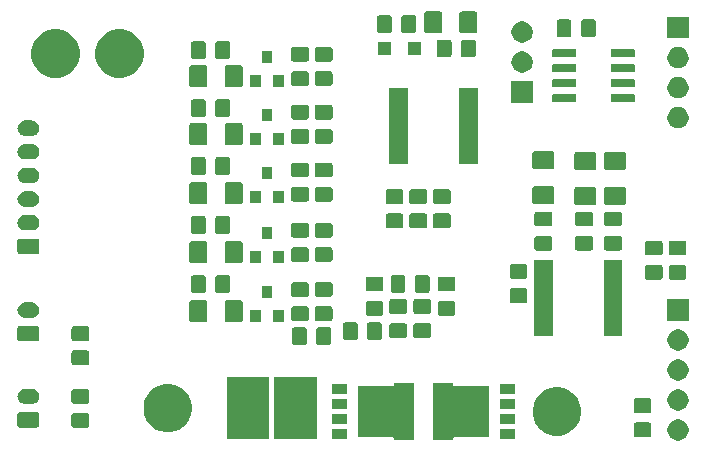
<source format=gbr>
G04 #@! TF.GenerationSoftware,KiCad,Pcbnew,5.1.5-52549c5~84~ubuntu18.04.1*
G04 #@! TF.CreationDate,2020-01-08T12:56:45+02:00*
G04 #@! TF.ProjectId,bq76920,62713736-3932-4302-9e6b-696361645f70,rev?*
G04 #@! TF.SameCoordinates,Original*
G04 #@! TF.FileFunction,Soldermask,Top*
G04 #@! TF.FilePolarity,Negative*
%FSLAX46Y46*%
G04 Gerber Fmt 4.6, Leading zero omitted, Abs format (unit mm)*
G04 Created by KiCad (PCBNEW 5.1.5-52549c5~84~ubuntu18.04.1) date 2020-01-08 12:56:45*
%MOMM*%
%LPD*%
G04 APERTURE LIST*
%ADD10C,0.100000*%
G04 APERTURE END LIST*
D10*
G36*
X77313512Y-55963927D02*
G01*
X77462812Y-55993624D01*
X77626784Y-56061544D01*
X77774354Y-56160147D01*
X77899853Y-56285646D01*
X77998456Y-56433216D01*
X78066376Y-56597188D01*
X78101000Y-56771259D01*
X78101000Y-56948741D01*
X78066376Y-57122812D01*
X77998456Y-57286784D01*
X77899853Y-57434354D01*
X77774354Y-57559853D01*
X77626784Y-57658456D01*
X77462812Y-57726376D01*
X77313512Y-57756073D01*
X77288742Y-57761000D01*
X77111258Y-57761000D01*
X77086488Y-57756073D01*
X76937188Y-57726376D01*
X76773216Y-57658456D01*
X76625646Y-57559853D01*
X76500147Y-57434354D01*
X76401544Y-57286784D01*
X76333624Y-57122812D01*
X76299000Y-56948741D01*
X76299000Y-56771259D01*
X76333624Y-56597188D01*
X76401544Y-56433216D01*
X76500147Y-56285646D01*
X76625646Y-56160147D01*
X76773216Y-56061544D01*
X76937188Y-55993624D01*
X77086488Y-55963927D01*
X77111258Y-55959000D01*
X77288742Y-55959000D01*
X77313512Y-55963927D01*
G37*
G36*
X58145000Y-53005001D02*
G01*
X58147402Y-53029387D01*
X58154515Y-53052836D01*
X58166066Y-53074447D01*
X58181611Y-53093389D01*
X58200553Y-53108934D01*
X58222164Y-53120485D01*
X58245613Y-53127598D01*
X58269999Y-53130000D01*
X61220000Y-53130000D01*
X61220000Y-57470000D01*
X58269999Y-57470000D01*
X58245613Y-57472402D01*
X58222164Y-57479515D01*
X58200553Y-57491066D01*
X58181611Y-57506611D01*
X58166066Y-57525553D01*
X58154515Y-57547164D01*
X58147402Y-57570613D01*
X58145000Y-57594999D01*
X58145000Y-57720000D01*
X56455000Y-57720000D01*
X56455000Y-52880000D01*
X58145000Y-52880000D01*
X58145000Y-53005001D01*
G37*
G36*
X54845000Y-57720000D02*
G01*
X53155000Y-57720000D01*
X53155000Y-57594999D01*
X53152598Y-57570613D01*
X53145485Y-57547164D01*
X53133934Y-57525553D01*
X53118389Y-57506611D01*
X53099447Y-57491066D01*
X53077836Y-57479515D01*
X53054387Y-57472402D01*
X53030001Y-57470000D01*
X50080000Y-57470000D01*
X50080000Y-53130000D01*
X53030001Y-53130000D01*
X53054387Y-53127598D01*
X53077836Y-53120485D01*
X53099447Y-53108934D01*
X53118389Y-53093389D01*
X53133934Y-53074447D01*
X53145485Y-53052836D01*
X53152598Y-53029387D01*
X53155000Y-53005001D01*
X53155000Y-52880000D01*
X54845000Y-52880000D01*
X54845000Y-57720000D01*
G37*
G36*
X49175000Y-57630000D02*
G01*
X47885000Y-57630000D01*
X47885000Y-56790000D01*
X49175000Y-56790000D01*
X49175000Y-57630000D01*
G37*
G36*
X63415000Y-57630000D02*
G01*
X62125000Y-57630000D01*
X62125000Y-56790000D01*
X63415000Y-56790000D01*
X63415000Y-57630000D01*
G37*
G36*
X42601000Y-57601000D02*
G01*
X38999000Y-57601000D01*
X38999000Y-52399000D01*
X42601000Y-52399000D01*
X42601000Y-57601000D01*
G37*
G36*
X46601000Y-57601000D02*
G01*
X42999000Y-57601000D01*
X42999000Y-52399000D01*
X46601000Y-52399000D01*
X46601000Y-57601000D01*
G37*
G36*
X74788674Y-56228465D02*
G01*
X74826367Y-56239899D01*
X74861103Y-56258466D01*
X74891548Y-56283452D01*
X74916534Y-56313897D01*
X74935101Y-56348633D01*
X74946535Y-56386326D01*
X74951000Y-56431661D01*
X74951000Y-57268339D01*
X74946535Y-57313674D01*
X74935101Y-57351367D01*
X74916534Y-57386103D01*
X74891548Y-57416548D01*
X74861103Y-57441534D01*
X74826367Y-57460101D01*
X74788674Y-57471535D01*
X74743339Y-57476000D01*
X73656661Y-57476000D01*
X73611326Y-57471535D01*
X73573633Y-57460101D01*
X73538897Y-57441534D01*
X73508452Y-57416548D01*
X73483466Y-57386103D01*
X73464899Y-57351367D01*
X73453465Y-57313674D01*
X73449000Y-57268339D01*
X73449000Y-56431661D01*
X73453465Y-56386326D01*
X73464899Y-56348633D01*
X73483466Y-56313897D01*
X73508452Y-56283452D01*
X73538897Y-56258466D01*
X73573633Y-56239899D01*
X73611326Y-56228465D01*
X73656661Y-56224000D01*
X74743339Y-56224000D01*
X74788674Y-56228465D01*
G37*
G36*
X67548254Y-53327818D02*
G01*
X67921511Y-53482426D01*
X67921513Y-53482427D01*
X68257436Y-53706884D01*
X68543116Y-53992564D01*
X68704073Y-54233452D01*
X68767574Y-54328489D01*
X68922182Y-54701746D01*
X69001000Y-55097993D01*
X69001000Y-55502007D01*
X68922182Y-55898254D01*
X68785404Y-56228465D01*
X68767573Y-56271513D01*
X68543116Y-56607436D01*
X68257436Y-56893116D01*
X67921513Y-57117573D01*
X67921512Y-57117574D01*
X67921511Y-57117574D01*
X67548254Y-57272182D01*
X67152007Y-57351000D01*
X66747993Y-57351000D01*
X66351746Y-57272182D01*
X65978489Y-57117574D01*
X65978488Y-57117574D01*
X65978487Y-57117573D01*
X65642564Y-56893116D01*
X65356884Y-56607436D01*
X65132427Y-56271513D01*
X65114596Y-56228465D01*
X64977818Y-55898254D01*
X64899000Y-55502007D01*
X64899000Y-55097993D01*
X64977818Y-54701746D01*
X65132426Y-54328489D01*
X65195928Y-54233452D01*
X65356884Y-53992564D01*
X65642564Y-53706884D01*
X65978487Y-53482427D01*
X65978489Y-53482426D01*
X66351746Y-53327818D01*
X66747993Y-53249000D01*
X67152007Y-53249000D01*
X67548254Y-53327818D01*
G37*
G36*
X34598254Y-53027818D02*
G01*
X34839144Y-53127598D01*
X34971513Y-53182427D01*
X35307436Y-53406884D01*
X35593116Y-53692564D01*
X35798539Y-54000000D01*
X35817574Y-54028489D01*
X35972182Y-54401746D01*
X36051000Y-54797993D01*
X36051000Y-55202007D01*
X35972182Y-55598254D01*
X35822756Y-55959000D01*
X35817573Y-55971513D01*
X35593116Y-56307436D01*
X35307436Y-56593116D01*
X34971513Y-56817573D01*
X34971512Y-56817574D01*
X34971511Y-56817574D01*
X34598254Y-56972182D01*
X34202007Y-57051000D01*
X33797993Y-57051000D01*
X33401746Y-56972182D01*
X33028489Y-56817574D01*
X33028488Y-56817574D01*
X33028487Y-56817573D01*
X32692564Y-56593116D01*
X32406884Y-56307436D01*
X32182427Y-55971513D01*
X32177244Y-55959000D01*
X32027818Y-55598254D01*
X31949000Y-55202007D01*
X31949000Y-54797993D01*
X32027818Y-54401746D01*
X32182426Y-54028489D01*
X32201462Y-54000000D01*
X32406884Y-53692564D01*
X32692564Y-53406884D01*
X33028487Y-53182427D01*
X33160856Y-53127598D01*
X33401746Y-53027818D01*
X33797993Y-52949000D01*
X34202007Y-52949000D01*
X34598254Y-53027818D01*
G37*
G36*
X27188674Y-55428465D02*
G01*
X27226367Y-55439899D01*
X27261103Y-55458466D01*
X27291548Y-55483452D01*
X27316534Y-55513897D01*
X27335101Y-55548633D01*
X27346535Y-55586326D01*
X27351000Y-55631661D01*
X27351000Y-56468339D01*
X27346535Y-56513674D01*
X27335101Y-56551367D01*
X27316534Y-56586103D01*
X27291548Y-56616548D01*
X27261103Y-56641534D01*
X27226367Y-56660101D01*
X27188674Y-56671535D01*
X27143339Y-56676000D01*
X26056661Y-56676000D01*
X26011326Y-56671535D01*
X25973633Y-56660101D01*
X25938897Y-56641534D01*
X25908452Y-56616548D01*
X25883466Y-56586103D01*
X25864899Y-56551367D01*
X25853465Y-56513674D01*
X25849000Y-56468339D01*
X25849000Y-55631661D01*
X25853465Y-55586326D01*
X25864899Y-55548633D01*
X25883466Y-55513897D01*
X25908452Y-55483452D01*
X25938897Y-55458466D01*
X25973633Y-55439899D01*
X26011326Y-55428465D01*
X26056661Y-55424000D01*
X27143339Y-55424000D01*
X27188674Y-55428465D01*
G37*
G36*
X22966242Y-55353404D02*
G01*
X23003337Y-55364657D01*
X23037515Y-55382925D01*
X23067481Y-55407519D01*
X23092075Y-55437485D01*
X23110343Y-55471663D01*
X23121596Y-55508758D01*
X23126000Y-55553474D01*
X23126000Y-56446526D01*
X23121596Y-56491242D01*
X23110343Y-56528337D01*
X23092075Y-56562515D01*
X23067481Y-56592481D01*
X23037515Y-56617075D01*
X23003337Y-56635343D01*
X22966242Y-56646596D01*
X22921526Y-56651000D01*
X21478474Y-56651000D01*
X21433758Y-56646596D01*
X21396663Y-56635343D01*
X21362485Y-56617075D01*
X21332519Y-56592481D01*
X21307925Y-56562515D01*
X21289657Y-56528337D01*
X21278404Y-56491242D01*
X21274000Y-56446526D01*
X21274000Y-55553474D01*
X21278404Y-55508758D01*
X21289657Y-55471663D01*
X21307925Y-55437485D01*
X21332519Y-55407519D01*
X21362485Y-55382925D01*
X21396663Y-55364657D01*
X21433758Y-55353404D01*
X21478474Y-55349000D01*
X22921526Y-55349000D01*
X22966242Y-55353404D01*
G37*
G36*
X63415000Y-56360000D02*
G01*
X62125000Y-56360000D01*
X62125000Y-55520000D01*
X63415000Y-55520000D01*
X63415000Y-56360000D01*
G37*
G36*
X49175000Y-56360000D02*
G01*
X47885000Y-56360000D01*
X47885000Y-55520000D01*
X49175000Y-55520000D01*
X49175000Y-56360000D01*
G37*
G36*
X74788674Y-54178465D02*
G01*
X74826367Y-54189899D01*
X74861103Y-54208466D01*
X74891548Y-54233452D01*
X74916534Y-54263897D01*
X74935101Y-54298633D01*
X74946535Y-54336326D01*
X74951000Y-54381661D01*
X74951000Y-55218339D01*
X74946535Y-55263674D01*
X74935101Y-55301367D01*
X74916534Y-55336103D01*
X74891548Y-55366548D01*
X74861103Y-55391534D01*
X74826367Y-55410101D01*
X74788674Y-55421535D01*
X74743339Y-55426000D01*
X73656661Y-55426000D01*
X73611326Y-55421535D01*
X73573633Y-55410101D01*
X73538897Y-55391534D01*
X73508452Y-55366548D01*
X73483466Y-55336103D01*
X73464899Y-55301367D01*
X73453465Y-55263674D01*
X73449000Y-55218339D01*
X73449000Y-54381661D01*
X73453465Y-54336326D01*
X73464899Y-54298633D01*
X73483466Y-54263897D01*
X73508452Y-54233452D01*
X73538897Y-54208466D01*
X73573633Y-54189899D01*
X73611326Y-54178465D01*
X73656661Y-54174000D01*
X74743339Y-54174000D01*
X74788674Y-54178465D01*
G37*
G36*
X77313512Y-53423927D02*
G01*
X77462812Y-53453624D01*
X77626784Y-53521544D01*
X77774354Y-53620147D01*
X77899853Y-53745646D01*
X77998456Y-53893216D01*
X78066376Y-54057188D01*
X78089611Y-54174000D01*
X78098735Y-54219869D01*
X78101000Y-54231259D01*
X78101000Y-54408741D01*
X78066376Y-54582812D01*
X77998456Y-54746784D01*
X77899853Y-54894354D01*
X77774354Y-55019853D01*
X77626784Y-55118456D01*
X77462812Y-55186376D01*
X77313512Y-55216073D01*
X77288742Y-55221000D01*
X77111258Y-55221000D01*
X77086488Y-55216073D01*
X76937188Y-55186376D01*
X76773216Y-55118456D01*
X76625646Y-55019853D01*
X76500147Y-54894354D01*
X76401544Y-54746784D01*
X76333624Y-54582812D01*
X76299000Y-54408741D01*
X76299000Y-54231259D01*
X76301266Y-54219869D01*
X76310389Y-54174000D01*
X76333624Y-54057188D01*
X76401544Y-53893216D01*
X76500147Y-53745646D01*
X76625646Y-53620147D01*
X76773216Y-53521544D01*
X76937188Y-53453624D01*
X77086488Y-53423927D01*
X77111258Y-53419000D01*
X77288742Y-53419000D01*
X77313512Y-53423927D01*
G37*
G36*
X49175000Y-55080000D02*
G01*
X47885000Y-55080000D01*
X47885000Y-54240000D01*
X49175000Y-54240000D01*
X49175000Y-55080000D01*
G37*
G36*
X63415000Y-55080000D02*
G01*
X62125000Y-55080000D01*
X62125000Y-54240000D01*
X63415000Y-54240000D01*
X63415000Y-55080000D01*
G37*
G36*
X22538855Y-53352140D02*
G01*
X22602618Y-53358420D01*
X22668697Y-53378465D01*
X22725336Y-53395646D01*
X22838425Y-53456094D01*
X22937554Y-53537446D01*
X23018906Y-53636575D01*
X23079354Y-53749664D01*
X23079355Y-53749668D01*
X23116580Y-53872382D01*
X23129149Y-54000000D01*
X23116580Y-54127618D01*
X23097687Y-54189899D01*
X23079354Y-54250336D01*
X23018906Y-54363425D01*
X22937554Y-54462554D01*
X22838425Y-54543906D01*
X22725336Y-54604354D01*
X22706390Y-54610101D01*
X22602618Y-54641580D01*
X22538855Y-54647860D01*
X22506974Y-54651000D01*
X21893026Y-54651000D01*
X21861145Y-54647860D01*
X21797382Y-54641580D01*
X21693610Y-54610101D01*
X21674664Y-54604354D01*
X21561575Y-54543906D01*
X21462446Y-54462554D01*
X21381094Y-54363425D01*
X21320646Y-54250336D01*
X21302313Y-54189899D01*
X21283420Y-54127618D01*
X21270851Y-54000000D01*
X21283420Y-53872382D01*
X21320645Y-53749668D01*
X21320646Y-53749664D01*
X21381094Y-53636575D01*
X21462446Y-53537446D01*
X21561575Y-53456094D01*
X21674664Y-53395646D01*
X21731303Y-53378465D01*
X21797382Y-53358420D01*
X21861145Y-53352140D01*
X21893026Y-53349000D01*
X22506974Y-53349000D01*
X22538855Y-53352140D01*
G37*
G36*
X27188674Y-53378465D02*
G01*
X27226367Y-53389899D01*
X27261103Y-53408466D01*
X27291548Y-53433452D01*
X27316534Y-53463897D01*
X27335101Y-53498633D01*
X27346535Y-53536326D01*
X27351000Y-53581661D01*
X27351000Y-54418339D01*
X27346535Y-54463674D01*
X27335101Y-54501367D01*
X27316534Y-54536103D01*
X27291548Y-54566548D01*
X27261103Y-54591534D01*
X27226367Y-54610101D01*
X27188674Y-54621535D01*
X27143339Y-54626000D01*
X26056661Y-54626000D01*
X26011326Y-54621535D01*
X25973633Y-54610101D01*
X25938897Y-54591534D01*
X25908452Y-54566548D01*
X25883466Y-54536103D01*
X25864899Y-54501367D01*
X25853465Y-54463674D01*
X25849000Y-54418339D01*
X25849000Y-53581661D01*
X25853465Y-53536326D01*
X25864899Y-53498633D01*
X25883466Y-53463897D01*
X25908452Y-53433452D01*
X25938897Y-53408466D01*
X25973633Y-53389899D01*
X26011326Y-53378465D01*
X26056661Y-53374000D01*
X27143339Y-53374000D01*
X27188674Y-53378465D01*
G37*
G36*
X49175000Y-53810000D02*
G01*
X47885000Y-53810000D01*
X47885000Y-52970000D01*
X49175000Y-52970000D01*
X49175000Y-53810000D01*
G37*
G36*
X63415000Y-53810000D02*
G01*
X62125000Y-53810000D01*
X62125000Y-52970000D01*
X63415000Y-52970000D01*
X63415000Y-53810000D01*
G37*
G36*
X77313512Y-50883927D02*
G01*
X77462812Y-50913624D01*
X77626784Y-50981544D01*
X77774354Y-51080147D01*
X77899853Y-51205646D01*
X77998456Y-51353216D01*
X78066376Y-51517188D01*
X78101000Y-51691259D01*
X78101000Y-51868741D01*
X78066376Y-52042812D01*
X77998456Y-52206784D01*
X77899853Y-52354354D01*
X77774354Y-52479853D01*
X77626784Y-52578456D01*
X77462812Y-52646376D01*
X77313512Y-52676073D01*
X77288742Y-52681000D01*
X77111258Y-52681000D01*
X77086488Y-52676073D01*
X76937188Y-52646376D01*
X76773216Y-52578456D01*
X76625646Y-52479853D01*
X76500147Y-52354354D01*
X76401544Y-52206784D01*
X76333624Y-52042812D01*
X76299000Y-51868741D01*
X76299000Y-51691259D01*
X76333624Y-51517188D01*
X76401544Y-51353216D01*
X76500147Y-51205646D01*
X76625646Y-51080147D01*
X76773216Y-50981544D01*
X76937188Y-50913624D01*
X77086488Y-50883927D01*
X77111258Y-50879000D01*
X77288742Y-50879000D01*
X77313512Y-50883927D01*
G37*
G36*
X27188674Y-50128465D02*
G01*
X27226367Y-50139899D01*
X27261103Y-50158466D01*
X27291548Y-50183452D01*
X27316534Y-50213897D01*
X27335101Y-50248633D01*
X27346535Y-50286326D01*
X27351000Y-50331661D01*
X27351000Y-51168339D01*
X27346535Y-51213674D01*
X27335101Y-51251367D01*
X27316534Y-51286103D01*
X27291548Y-51316548D01*
X27261103Y-51341534D01*
X27226367Y-51360101D01*
X27188674Y-51371535D01*
X27143339Y-51376000D01*
X26056661Y-51376000D01*
X26011326Y-51371535D01*
X25973633Y-51360101D01*
X25938897Y-51341534D01*
X25908452Y-51316548D01*
X25883466Y-51286103D01*
X25864899Y-51251367D01*
X25853465Y-51213674D01*
X25849000Y-51168339D01*
X25849000Y-50331661D01*
X25853465Y-50286326D01*
X25864899Y-50248633D01*
X25883466Y-50213897D01*
X25908452Y-50183452D01*
X25938897Y-50158466D01*
X25973633Y-50139899D01*
X26011326Y-50128465D01*
X26056661Y-50124000D01*
X27143339Y-50124000D01*
X27188674Y-50128465D01*
G37*
G36*
X77313512Y-48343927D02*
G01*
X77462812Y-48373624D01*
X77626784Y-48441544D01*
X77774354Y-48540147D01*
X77899853Y-48665646D01*
X77998456Y-48813216D01*
X78066376Y-48977188D01*
X78101000Y-49151259D01*
X78101000Y-49328741D01*
X78066376Y-49502812D01*
X77998456Y-49666784D01*
X77899853Y-49814354D01*
X77774354Y-49939853D01*
X77626784Y-50038456D01*
X77462812Y-50106376D01*
X77313512Y-50136073D01*
X77288742Y-50141000D01*
X77111258Y-50141000D01*
X77086488Y-50136073D01*
X76937188Y-50106376D01*
X76773216Y-50038456D01*
X76625646Y-49939853D01*
X76500147Y-49814354D01*
X76401544Y-49666784D01*
X76333624Y-49502812D01*
X76299000Y-49328741D01*
X76299000Y-49151259D01*
X76333624Y-48977188D01*
X76401544Y-48813216D01*
X76500147Y-48665646D01*
X76625646Y-48540147D01*
X76773216Y-48441544D01*
X76937188Y-48373624D01*
X77086488Y-48343927D01*
X77111258Y-48339000D01*
X77288742Y-48339000D01*
X77313512Y-48343927D01*
G37*
G36*
X45613674Y-48153465D02*
G01*
X45651367Y-48164899D01*
X45686103Y-48183466D01*
X45716548Y-48208452D01*
X45741534Y-48238897D01*
X45760101Y-48273633D01*
X45771535Y-48311326D01*
X45776000Y-48356661D01*
X45776000Y-49443339D01*
X45771535Y-49488674D01*
X45760101Y-49526367D01*
X45741534Y-49561103D01*
X45716548Y-49591548D01*
X45686103Y-49616534D01*
X45651367Y-49635101D01*
X45613674Y-49646535D01*
X45568339Y-49651000D01*
X44731661Y-49651000D01*
X44686326Y-49646535D01*
X44648633Y-49635101D01*
X44613897Y-49616534D01*
X44583452Y-49591548D01*
X44558466Y-49561103D01*
X44539899Y-49526367D01*
X44528465Y-49488674D01*
X44524000Y-49443339D01*
X44524000Y-48356661D01*
X44528465Y-48311326D01*
X44539899Y-48273633D01*
X44558466Y-48238897D01*
X44583452Y-48208452D01*
X44613897Y-48183466D01*
X44648633Y-48164899D01*
X44686326Y-48153465D01*
X44731661Y-48149000D01*
X45568339Y-48149000D01*
X45613674Y-48153465D01*
G37*
G36*
X47663674Y-48153465D02*
G01*
X47701367Y-48164899D01*
X47736103Y-48183466D01*
X47766548Y-48208452D01*
X47791534Y-48238897D01*
X47810101Y-48273633D01*
X47821535Y-48311326D01*
X47826000Y-48356661D01*
X47826000Y-49443339D01*
X47821535Y-49488674D01*
X47810101Y-49526367D01*
X47791534Y-49561103D01*
X47766548Y-49591548D01*
X47736103Y-49616534D01*
X47701367Y-49635101D01*
X47663674Y-49646535D01*
X47618339Y-49651000D01*
X46781661Y-49651000D01*
X46736326Y-49646535D01*
X46698633Y-49635101D01*
X46663897Y-49616534D01*
X46633452Y-49591548D01*
X46608466Y-49561103D01*
X46589899Y-49526367D01*
X46578465Y-49488674D01*
X46574000Y-49443339D01*
X46574000Y-48356661D01*
X46578465Y-48311326D01*
X46589899Y-48273633D01*
X46608466Y-48238897D01*
X46633452Y-48208452D01*
X46663897Y-48183466D01*
X46698633Y-48164899D01*
X46736326Y-48153465D01*
X46781661Y-48149000D01*
X47618339Y-48149000D01*
X47663674Y-48153465D01*
G37*
G36*
X22966242Y-48053404D02*
G01*
X23003337Y-48064657D01*
X23037515Y-48082925D01*
X23067481Y-48107519D01*
X23092075Y-48137485D01*
X23110343Y-48171663D01*
X23121596Y-48208758D01*
X23126000Y-48253474D01*
X23126000Y-49146526D01*
X23121596Y-49191242D01*
X23110343Y-49228337D01*
X23092075Y-49262515D01*
X23067481Y-49292481D01*
X23037515Y-49317075D01*
X23003337Y-49335343D01*
X22966242Y-49346596D01*
X22921526Y-49351000D01*
X21478474Y-49351000D01*
X21433758Y-49346596D01*
X21396663Y-49335343D01*
X21362485Y-49317075D01*
X21332519Y-49292481D01*
X21307925Y-49262515D01*
X21289657Y-49228337D01*
X21278404Y-49191242D01*
X21274000Y-49146526D01*
X21274000Y-48253474D01*
X21278404Y-48208758D01*
X21289657Y-48171663D01*
X21307925Y-48137485D01*
X21332519Y-48107519D01*
X21362485Y-48082925D01*
X21396663Y-48064657D01*
X21433758Y-48053404D01*
X21478474Y-48049000D01*
X22921526Y-48049000D01*
X22966242Y-48053404D01*
G37*
G36*
X27188674Y-48078465D02*
G01*
X27226367Y-48089899D01*
X27261103Y-48108466D01*
X27291548Y-48133452D01*
X27316534Y-48163897D01*
X27335101Y-48198633D01*
X27346535Y-48236326D01*
X27351000Y-48281661D01*
X27351000Y-49118339D01*
X27346535Y-49163674D01*
X27335101Y-49201367D01*
X27316534Y-49236103D01*
X27291548Y-49266548D01*
X27261103Y-49291534D01*
X27226367Y-49310101D01*
X27188674Y-49321535D01*
X27143339Y-49326000D01*
X26056661Y-49326000D01*
X26011326Y-49321535D01*
X25973633Y-49310101D01*
X25938897Y-49291534D01*
X25908452Y-49266548D01*
X25883466Y-49236103D01*
X25864899Y-49201367D01*
X25853465Y-49163674D01*
X25849000Y-49118339D01*
X25849000Y-48281661D01*
X25853465Y-48236326D01*
X25864899Y-48198633D01*
X25883466Y-48163897D01*
X25908452Y-48133452D01*
X25938897Y-48108466D01*
X25973633Y-48089899D01*
X26011326Y-48078465D01*
X26056661Y-48074000D01*
X27143339Y-48074000D01*
X27188674Y-48078465D01*
G37*
G36*
X49913674Y-47753465D02*
G01*
X49951367Y-47764899D01*
X49986103Y-47783466D01*
X50016548Y-47808452D01*
X50041534Y-47838897D01*
X50060101Y-47873633D01*
X50071535Y-47911326D01*
X50076000Y-47956661D01*
X50076000Y-49043339D01*
X50071535Y-49088674D01*
X50060101Y-49126367D01*
X50041534Y-49161103D01*
X50016548Y-49191548D01*
X49986103Y-49216534D01*
X49951367Y-49235101D01*
X49913674Y-49246535D01*
X49868339Y-49251000D01*
X49031661Y-49251000D01*
X48986326Y-49246535D01*
X48948633Y-49235101D01*
X48913897Y-49216534D01*
X48883452Y-49191548D01*
X48858466Y-49161103D01*
X48839899Y-49126367D01*
X48828465Y-49088674D01*
X48824000Y-49043339D01*
X48824000Y-47956661D01*
X48828465Y-47911326D01*
X48839899Y-47873633D01*
X48858466Y-47838897D01*
X48883452Y-47808452D01*
X48913897Y-47783466D01*
X48948633Y-47764899D01*
X48986326Y-47753465D01*
X49031661Y-47749000D01*
X49868339Y-47749000D01*
X49913674Y-47753465D01*
G37*
G36*
X51963674Y-47753465D02*
G01*
X52001367Y-47764899D01*
X52036103Y-47783466D01*
X52066548Y-47808452D01*
X52091534Y-47838897D01*
X52110101Y-47873633D01*
X52121535Y-47911326D01*
X52126000Y-47956661D01*
X52126000Y-49043339D01*
X52121535Y-49088674D01*
X52110101Y-49126367D01*
X52091534Y-49161103D01*
X52066548Y-49191548D01*
X52036103Y-49216534D01*
X52001367Y-49235101D01*
X51963674Y-49246535D01*
X51918339Y-49251000D01*
X51081661Y-49251000D01*
X51036326Y-49246535D01*
X50998633Y-49235101D01*
X50963897Y-49216534D01*
X50933452Y-49191548D01*
X50908466Y-49161103D01*
X50889899Y-49126367D01*
X50878465Y-49088674D01*
X50874000Y-49043339D01*
X50874000Y-47956661D01*
X50878465Y-47911326D01*
X50889899Y-47873633D01*
X50908466Y-47838897D01*
X50933452Y-47808452D01*
X50963897Y-47783466D01*
X50998633Y-47764899D01*
X51036326Y-47753465D01*
X51081661Y-47749000D01*
X51918339Y-47749000D01*
X51963674Y-47753465D01*
G37*
G36*
X54088674Y-47828465D02*
G01*
X54126367Y-47839899D01*
X54161103Y-47858466D01*
X54191548Y-47883452D01*
X54216534Y-47913897D01*
X54235101Y-47948633D01*
X54246535Y-47986326D01*
X54251000Y-48031661D01*
X54251000Y-48868339D01*
X54246535Y-48913674D01*
X54235101Y-48951367D01*
X54216534Y-48986103D01*
X54191548Y-49016548D01*
X54161103Y-49041534D01*
X54126367Y-49060101D01*
X54088674Y-49071535D01*
X54043339Y-49076000D01*
X52956661Y-49076000D01*
X52911326Y-49071535D01*
X52873633Y-49060101D01*
X52838897Y-49041534D01*
X52808452Y-49016548D01*
X52783466Y-48986103D01*
X52764899Y-48951367D01*
X52753465Y-48913674D01*
X52749000Y-48868339D01*
X52749000Y-48031661D01*
X52753465Y-47986326D01*
X52764899Y-47948633D01*
X52783466Y-47913897D01*
X52808452Y-47883452D01*
X52838897Y-47858466D01*
X52873633Y-47839899D01*
X52911326Y-47828465D01*
X52956661Y-47824000D01*
X54043339Y-47824000D01*
X54088674Y-47828465D01*
G37*
G36*
X56138674Y-47828465D02*
G01*
X56176367Y-47839899D01*
X56211103Y-47858466D01*
X56241548Y-47883452D01*
X56266534Y-47913897D01*
X56285101Y-47948633D01*
X56296535Y-47986326D01*
X56301000Y-48031661D01*
X56301000Y-48868339D01*
X56296535Y-48913674D01*
X56285101Y-48951367D01*
X56266534Y-48986103D01*
X56241548Y-49016548D01*
X56211103Y-49041534D01*
X56176367Y-49060101D01*
X56138674Y-49071535D01*
X56093339Y-49076000D01*
X55006661Y-49076000D01*
X54961326Y-49071535D01*
X54923633Y-49060101D01*
X54888897Y-49041534D01*
X54858452Y-49016548D01*
X54833466Y-48986103D01*
X54814899Y-48951367D01*
X54803465Y-48913674D01*
X54799000Y-48868339D01*
X54799000Y-48031661D01*
X54803465Y-47986326D01*
X54814899Y-47948633D01*
X54833466Y-47913897D01*
X54858452Y-47883452D01*
X54888897Y-47858466D01*
X54923633Y-47839899D01*
X54961326Y-47828465D01*
X55006661Y-47824000D01*
X56093339Y-47824000D01*
X56138674Y-47828465D01*
G37*
G36*
X66576000Y-48901000D02*
G01*
X65024000Y-48901000D01*
X65024000Y-42499000D01*
X66576000Y-42499000D01*
X66576000Y-48901000D01*
G37*
G36*
X72476000Y-48901000D02*
G01*
X70924000Y-48901000D01*
X70924000Y-42499000D01*
X72476000Y-42499000D01*
X72476000Y-48901000D01*
G37*
G36*
X37213062Y-45878181D02*
G01*
X37247981Y-45888774D01*
X37280163Y-45905976D01*
X37308373Y-45929127D01*
X37331524Y-45957337D01*
X37348726Y-45989519D01*
X37359319Y-46024438D01*
X37363500Y-46066895D01*
X37363500Y-47533105D01*
X37359319Y-47575562D01*
X37348726Y-47610481D01*
X37331524Y-47642663D01*
X37308373Y-47670873D01*
X37280163Y-47694024D01*
X37247981Y-47711226D01*
X37213062Y-47721819D01*
X37170605Y-47726000D01*
X36029395Y-47726000D01*
X35986938Y-47721819D01*
X35952019Y-47711226D01*
X35919837Y-47694024D01*
X35891627Y-47670873D01*
X35868476Y-47642663D01*
X35851274Y-47610481D01*
X35840681Y-47575562D01*
X35836500Y-47533105D01*
X35836500Y-46066895D01*
X35840681Y-46024438D01*
X35851274Y-45989519D01*
X35868476Y-45957337D01*
X35891627Y-45929127D01*
X35919837Y-45905976D01*
X35952019Y-45888774D01*
X35986938Y-45878181D01*
X36029395Y-45874000D01*
X37170605Y-45874000D01*
X37213062Y-45878181D01*
G37*
G36*
X40188062Y-45878181D02*
G01*
X40222981Y-45888774D01*
X40255163Y-45905976D01*
X40283373Y-45929127D01*
X40306524Y-45957337D01*
X40323726Y-45989519D01*
X40334319Y-46024438D01*
X40338500Y-46066895D01*
X40338500Y-47533105D01*
X40334319Y-47575562D01*
X40323726Y-47610481D01*
X40306524Y-47642663D01*
X40283373Y-47670873D01*
X40255163Y-47694024D01*
X40222981Y-47711226D01*
X40188062Y-47721819D01*
X40145605Y-47726000D01*
X39004395Y-47726000D01*
X38961938Y-47721819D01*
X38927019Y-47711226D01*
X38894837Y-47694024D01*
X38866627Y-47670873D01*
X38843476Y-47642663D01*
X38826274Y-47610481D01*
X38815681Y-47575562D01*
X38811500Y-47533105D01*
X38811500Y-46066895D01*
X38815681Y-46024438D01*
X38826274Y-45989519D01*
X38843476Y-45957337D01*
X38866627Y-45929127D01*
X38894837Y-45905976D01*
X38927019Y-45888774D01*
X38961938Y-45878181D01*
X39004395Y-45874000D01*
X40145605Y-45874000D01*
X40188062Y-45878181D01*
G37*
G36*
X43801000Y-47701000D02*
G01*
X42899000Y-47701000D01*
X42899000Y-46699000D01*
X43801000Y-46699000D01*
X43801000Y-47701000D01*
G37*
G36*
X41901000Y-47701000D02*
G01*
X40999000Y-47701000D01*
X40999000Y-46699000D01*
X41901000Y-46699000D01*
X41901000Y-47701000D01*
G37*
G36*
X45788674Y-46403465D02*
G01*
X45826367Y-46414899D01*
X45861103Y-46433466D01*
X45891548Y-46458452D01*
X45916534Y-46488897D01*
X45935101Y-46523633D01*
X45946535Y-46561326D01*
X45951000Y-46606661D01*
X45951000Y-47443339D01*
X45946535Y-47488674D01*
X45935101Y-47526367D01*
X45916534Y-47561103D01*
X45891548Y-47591548D01*
X45861103Y-47616534D01*
X45826367Y-47635101D01*
X45788674Y-47646535D01*
X45743339Y-47651000D01*
X44656661Y-47651000D01*
X44611326Y-47646535D01*
X44573633Y-47635101D01*
X44538897Y-47616534D01*
X44508452Y-47591548D01*
X44483466Y-47561103D01*
X44464899Y-47526367D01*
X44453465Y-47488674D01*
X44449000Y-47443339D01*
X44449000Y-46606661D01*
X44453465Y-46561326D01*
X44464899Y-46523633D01*
X44483466Y-46488897D01*
X44508452Y-46458452D01*
X44538897Y-46433466D01*
X44573633Y-46414899D01*
X44611326Y-46403465D01*
X44656661Y-46399000D01*
X45743339Y-46399000D01*
X45788674Y-46403465D01*
G37*
G36*
X47788674Y-46378465D02*
G01*
X47826367Y-46389899D01*
X47861103Y-46408466D01*
X47891548Y-46433452D01*
X47916534Y-46463897D01*
X47935101Y-46498633D01*
X47946535Y-46536326D01*
X47951000Y-46581661D01*
X47951000Y-47418339D01*
X47946535Y-47463674D01*
X47935101Y-47501367D01*
X47916534Y-47536103D01*
X47891548Y-47566548D01*
X47861103Y-47591534D01*
X47826367Y-47610101D01*
X47788674Y-47621535D01*
X47743339Y-47626000D01*
X46656661Y-47626000D01*
X46611326Y-47621535D01*
X46573633Y-47610101D01*
X46538897Y-47591534D01*
X46508452Y-47566548D01*
X46483466Y-47536103D01*
X46464899Y-47501367D01*
X46453465Y-47463674D01*
X46449000Y-47418339D01*
X46449000Y-46581661D01*
X46453465Y-46536326D01*
X46464899Y-46498633D01*
X46483466Y-46463897D01*
X46508452Y-46433452D01*
X46538897Y-46408466D01*
X46573633Y-46389899D01*
X46611326Y-46378465D01*
X46656661Y-46374000D01*
X47743339Y-46374000D01*
X47788674Y-46378465D01*
G37*
G36*
X78101000Y-47601000D02*
G01*
X76299000Y-47601000D01*
X76299000Y-45799000D01*
X78101000Y-45799000D01*
X78101000Y-47601000D01*
G37*
G36*
X22538855Y-46052140D02*
G01*
X22602618Y-46058420D01*
X22674687Y-46080282D01*
X22725336Y-46095646D01*
X22838425Y-46156094D01*
X22937554Y-46237446D01*
X23018906Y-46336575D01*
X23079354Y-46449664D01*
X23079355Y-46449668D01*
X23116580Y-46572382D01*
X23129149Y-46700000D01*
X23116580Y-46827618D01*
X23105642Y-46863674D01*
X23079354Y-46950336D01*
X23018906Y-47063425D01*
X22937554Y-47162554D01*
X22838425Y-47243906D01*
X22725336Y-47304354D01*
X22693404Y-47314040D01*
X22602618Y-47341580D01*
X22538855Y-47347860D01*
X22506974Y-47351000D01*
X21893026Y-47351000D01*
X21861145Y-47347860D01*
X21797382Y-47341580D01*
X21706596Y-47314040D01*
X21674664Y-47304354D01*
X21561575Y-47243906D01*
X21462446Y-47162554D01*
X21381094Y-47063425D01*
X21320646Y-46950336D01*
X21294358Y-46863674D01*
X21283420Y-46827618D01*
X21270851Y-46700000D01*
X21283420Y-46572382D01*
X21320645Y-46449668D01*
X21320646Y-46449664D01*
X21381094Y-46336575D01*
X21462446Y-46237446D01*
X21561575Y-46156094D01*
X21674664Y-46095646D01*
X21725313Y-46080282D01*
X21797382Y-46058420D01*
X21861145Y-46052140D01*
X21893026Y-46049000D01*
X22506974Y-46049000D01*
X22538855Y-46052140D01*
G37*
G36*
X52088674Y-45928465D02*
G01*
X52126367Y-45939899D01*
X52161103Y-45958466D01*
X52191548Y-45983452D01*
X52216534Y-46013897D01*
X52235101Y-46048633D01*
X52246535Y-46086326D01*
X52251000Y-46131661D01*
X52251000Y-46968339D01*
X52246535Y-47013674D01*
X52235101Y-47051367D01*
X52216534Y-47086103D01*
X52191548Y-47116548D01*
X52161103Y-47141534D01*
X52126367Y-47160101D01*
X52088674Y-47171535D01*
X52043339Y-47176000D01*
X50956661Y-47176000D01*
X50911326Y-47171535D01*
X50873633Y-47160101D01*
X50838897Y-47141534D01*
X50808452Y-47116548D01*
X50783466Y-47086103D01*
X50764899Y-47051367D01*
X50753465Y-47013674D01*
X50749000Y-46968339D01*
X50749000Y-46131661D01*
X50753465Y-46086326D01*
X50764899Y-46048633D01*
X50783466Y-46013897D01*
X50808452Y-45983452D01*
X50838897Y-45958466D01*
X50873633Y-45939899D01*
X50911326Y-45928465D01*
X50956661Y-45924000D01*
X52043339Y-45924000D01*
X52088674Y-45928465D01*
G37*
G36*
X58188674Y-45928465D02*
G01*
X58226367Y-45939899D01*
X58261103Y-45958466D01*
X58291548Y-45983452D01*
X58316534Y-46013897D01*
X58335101Y-46048633D01*
X58346535Y-46086326D01*
X58351000Y-46131661D01*
X58351000Y-46968339D01*
X58346535Y-47013674D01*
X58335101Y-47051367D01*
X58316534Y-47086103D01*
X58291548Y-47116548D01*
X58261103Y-47141534D01*
X58226367Y-47160101D01*
X58188674Y-47171535D01*
X58143339Y-47176000D01*
X57056661Y-47176000D01*
X57011326Y-47171535D01*
X56973633Y-47160101D01*
X56938897Y-47141534D01*
X56908452Y-47116548D01*
X56883466Y-47086103D01*
X56864899Y-47051367D01*
X56853465Y-47013674D01*
X56849000Y-46968339D01*
X56849000Y-46131661D01*
X56853465Y-46086326D01*
X56864899Y-46048633D01*
X56883466Y-46013897D01*
X56908452Y-45983452D01*
X56938897Y-45958466D01*
X56973633Y-45939899D01*
X57011326Y-45928465D01*
X57056661Y-45924000D01*
X58143339Y-45924000D01*
X58188674Y-45928465D01*
G37*
G36*
X56138674Y-45778465D02*
G01*
X56176367Y-45789899D01*
X56211103Y-45808466D01*
X56241548Y-45833452D01*
X56266534Y-45863897D01*
X56285101Y-45898633D01*
X56296535Y-45936326D01*
X56301000Y-45981661D01*
X56301000Y-46818339D01*
X56296535Y-46863674D01*
X56285101Y-46901367D01*
X56266534Y-46936103D01*
X56241548Y-46966548D01*
X56211103Y-46991534D01*
X56176367Y-47010101D01*
X56138674Y-47021535D01*
X56093339Y-47026000D01*
X55006661Y-47026000D01*
X54961326Y-47021535D01*
X54923633Y-47010101D01*
X54888897Y-46991534D01*
X54858452Y-46966548D01*
X54833466Y-46936103D01*
X54814899Y-46901367D01*
X54803465Y-46863674D01*
X54799000Y-46818339D01*
X54799000Y-45981661D01*
X54803465Y-45936326D01*
X54814899Y-45898633D01*
X54833466Y-45863897D01*
X54858452Y-45833452D01*
X54888897Y-45808466D01*
X54923633Y-45789899D01*
X54961326Y-45778465D01*
X55006661Y-45774000D01*
X56093339Y-45774000D01*
X56138674Y-45778465D01*
G37*
G36*
X54088674Y-45778465D02*
G01*
X54126367Y-45789899D01*
X54161103Y-45808466D01*
X54191548Y-45833452D01*
X54216534Y-45863897D01*
X54235101Y-45898633D01*
X54246535Y-45936326D01*
X54251000Y-45981661D01*
X54251000Y-46818339D01*
X54246535Y-46863674D01*
X54235101Y-46901367D01*
X54216534Y-46936103D01*
X54191548Y-46966548D01*
X54161103Y-46991534D01*
X54126367Y-47010101D01*
X54088674Y-47021535D01*
X54043339Y-47026000D01*
X52956661Y-47026000D01*
X52911326Y-47021535D01*
X52873633Y-47010101D01*
X52838897Y-46991534D01*
X52808452Y-46966548D01*
X52783466Y-46936103D01*
X52764899Y-46901367D01*
X52753465Y-46863674D01*
X52749000Y-46818339D01*
X52749000Y-45981661D01*
X52753465Y-45936326D01*
X52764899Y-45898633D01*
X52783466Y-45863897D01*
X52808452Y-45833452D01*
X52838897Y-45808466D01*
X52873633Y-45789899D01*
X52911326Y-45778465D01*
X52956661Y-45774000D01*
X54043339Y-45774000D01*
X54088674Y-45778465D01*
G37*
G36*
X64288674Y-44853465D02*
G01*
X64326367Y-44864899D01*
X64361103Y-44883466D01*
X64391548Y-44908452D01*
X64416534Y-44938897D01*
X64435101Y-44973633D01*
X64446535Y-45011326D01*
X64451000Y-45056661D01*
X64451000Y-45893339D01*
X64446535Y-45938674D01*
X64435101Y-45976367D01*
X64416534Y-46011103D01*
X64391548Y-46041548D01*
X64361103Y-46066534D01*
X64326367Y-46085101D01*
X64288674Y-46096535D01*
X64243339Y-46101000D01*
X63156661Y-46101000D01*
X63111326Y-46096535D01*
X63073633Y-46085101D01*
X63038897Y-46066534D01*
X63008452Y-46041548D01*
X62983466Y-46011103D01*
X62964899Y-45976367D01*
X62953465Y-45938674D01*
X62949000Y-45893339D01*
X62949000Y-45056661D01*
X62953465Y-45011326D01*
X62964899Y-44973633D01*
X62983466Y-44938897D01*
X63008452Y-44908452D01*
X63038897Y-44883466D01*
X63073633Y-44864899D01*
X63111326Y-44853465D01*
X63156661Y-44849000D01*
X64243339Y-44849000D01*
X64288674Y-44853465D01*
G37*
G36*
X42851000Y-45701000D02*
G01*
X41949000Y-45701000D01*
X41949000Y-44699000D01*
X42851000Y-44699000D01*
X42851000Y-45701000D01*
G37*
G36*
X45788674Y-44353465D02*
G01*
X45826367Y-44364899D01*
X45861103Y-44383466D01*
X45891548Y-44408452D01*
X45916534Y-44438897D01*
X45935101Y-44473633D01*
X45946535Y-44511326D01*
X45951000Y-44556661D01*
X45951000Y-45393339D01*
X45946535Y-45438674D01*
X45935101Y-45476367D01*
X45916534Y-45511103D01*
X45891548Y-45541548D01*
X45861103Y-45566534D01*
X45826367Y-45585101D01*
X45788674Y-45596535D01*
X45743339Y-45601000D01*
X44656661Y-45601000D01*
X44611326Y-45596535D01*
X44573633Y-45585101D01*
X44538897Y-45566534D01*
X44508452Y-45541548D01*
X44483466Y-45511103D01*
X44464899Y-45476367D01*
X44453465Y-45438674D01*
X44449000Y-45393339D01*
X44449000Y-44556661D01*
X44453465Y-44511326D01*
X44464899Y-44473633D01*
X44483466Y-44438897D01*
X44508452Y-44408452D01*
X44538897Y-44383466D01*
X44573633Y-44364899D01*
X44611326Y-44353465D01*
X44656661Y-44349000D01*
X45743339Y-44349000D01*
X45788674Y-44353465D01*
G37*
G36*
X47788674Y-44328465D02*
G01*
X47826367Y-44339899D01*
X47861103Y-44358466D01*
X47891548Y-44383452D01*
X47916534Y-44413897D01*
X47935101Y-44448633D01*
X47946535Y-44486326D01*
X47951000Y-44531661D01*
X47951000Y-45368339D01*
X47946535Y-45413674D01*
X47935101Y-45451367D01*
X47916534Y-45486103D01*
X47891548Y-45516548D01*
X47861103Y-45541534D01*
X47826367Y-45560101D01*
X47788674Y-45571535D01*
X47743339Y-45576000D01*
X46656661Y-45576000D01*
X46611326Y-45571535D01*
X46573633Y-45560101D01*
X46538897Y-45541534D01*
X46508452Y-45516548D01*
X46483466Y-45486103D01*
X46464899Y-45451367D01*
X46453465Y-45413674D01*
X46449000Y-45368339D01*
X46449000Y-44531661D01*
X46453465Y-44486326D01*
X46464899Y-44448633D01*
X46483466Y-44413897D01*
X46508452Y-44383452D01*
X46538897Y-44358466D01*
X46573633Y-44339899D01*
X46611326Y-44328465D01*
X46656661Y-44324000D01*
X47743339Y-44324000D01*
X47788674Y-44328465D01*
G37*
G36*
X53963674Y-43753465D02*
G01*
X54001367Y-43764899D01*
X54036103Y-43783466D01*
X54066548Y-43808452D01*
X54091534Y-43838897D01*
X54110101Y-43873633D01*
X54121535Y-43911326D01*
X54126000Y-43956661D01*
X54126000Y-45043339D01*
X54121535Y-45088674D01*
X54110101Y-45126367D01*
X54091534Y-45161103D01*
X54066548Y-45191548D01*
X54036103Y-45216534D01*
X54001367Y-45235101D01*
X53963674Y-45246535D01*
X53918339Y-45251000D01*
X53081661Y-45251000D01*
X53036326Y-45246535D01*
X52998633Y-45235101D01*
X52963897Y-45216534D01*
X52933452Y-45191548D01*
X52908466Y-45161103D01*
X52889899Y-45126367D01*
X52878465Y-45088674D01*
X52874000Y-45043339D01*
X52874000Y-43956661D01*
X52878465Y-43911326D01*
X52889899Y-43873633D01*
X52908466Y-43838897D01*
X52933452Y-43808452D01*
X52963897Y-43783466D01*
X52998633Y-43764899D01*
X53036326Y-43753465D01*
X53081661Y-43749000D01*
X53918339Y-43749000D01*
X53963674Y-43753465D01*
G37*
G36*
X37063674Y-43753465D02*
G01*
X37101367Y-43764899D01*
X37136103Y-43783466D01*
X37166548Y-43808452D01*
X37191534Y-43838897D01*
X37210101Y-43873633D01*
X37221535Y-43911326D01*
X37226000Y-43956661D01*
X37226000Y-45043339D01*
X37221535Y-45088674D01*
X37210101Y-45126367D01*
X37191534Y-45161103D01*
X37166548Y-45191548D01*
X37136103Y-45216534D01*
X37101367Y-45235101D01*
X37063674Y-45246535D01*
X37018339Y-45251000D01*
X36181661Y-45251000D01*
X36136326Y-45246535D01*
X36098633Y-45235101D01*
X36063897Y-45216534D01*
X36033452Y-45191548D01*
X36008466Y-45161103D01*
X35989899Y-45126367D01*
X35978465Y-45088674D01*
X35974000Y-45043339D01*
X35974000Y-43956661D01*
X35978465Y-43911326D01*
X35989899Y-43873633D01*
X36008466Y-43838897D01*
X36033452Y-43808452D01*
X36063897Y-43783466D01*
X36098633Y-43764899D01*
X36136326Y-43753465D01*
X36181661Y-43749000D01*
X37018339Y-43749000D01*
X37063674Y-43753465D01*
G37*
G36*
X39113674Y-43753465D02*
G01*
X39151367Y-43764899D01*
X39186103Y-43783466D01*
X39216548Y-43808452D01*
X39241534Y-43838897D01*
X39260101Y-43873633D01*
X39271535Y-43911326D01*
X39276000Y-43956661D01*
X39276000Y-45043339D01*
X39271535Y-45088674D01*
X39260101Y-45126367D01*
X39241534Y-45161103D01*
X39216548Y-45191548D01*
X39186103Y-45216534D01*
X39151367Y-45235101D01*
X39113674Y-45246535D01*
X39068339Y-45251000D01*
X38231661Y-45251000D01*
X38186326Y-45246535D01*
X38148633Y-45235101D01*
X38113897Y-45216534D01*
X38083452Y-45191548D01*
X38058466Y-45161103D01*
X38039899Y-45126367D01*
X38028465Y-45088674D01*
X38024000Y-45043339D01*
X38024000Y-43956661D01*
X38028465Y-43911326D01*
X38039899Y-43873633D01*
X38058466Y-43838897D01*
X38083452Y-43808452D01*
X38113897Y-43783466D01*
X38148633Y-43764899D01*
X38186326Y-43753465D01*
X38231661Y-43749000D01*
X39068339Y-43749000D01*
X39113674Y-43753465D01*
G37*
G36*
X56013674Y-43753465D02*
G01*
X56051367Y-43764899D01*
X56086103Y-43783466D01*
X56116548Y-43808452D01*
X56141534Y-43838897D01*
X56160101Y-43873633D01*
X56171535Y-43911326D01*
X56176000Y-43956661D01*
X56176000Y-45043339D01*
X56171535Y-45088674D01*
X56160101Y-45126367D01*
X56141534Y-45161103D01*
X56116548Y-45191548D01*
X56086103Y-45216534D01*
X56051367Y-45235101D01*
X56013674Y-45246535D01*
X55968339Y-45251000D01*
X55131661Y-45251000D01*
X55086326Y-45246535D01*
X55048633Y-45235101D01*
X55013897Y-45216534D01*
X54983452Y-45191548D01*
X54958466Y-45161103D01*
X54939899Y-45126367D01*
X54928465Y-45088674D01*
X54924000Y-45043339D01*
X54924000Y-43956661D01*
X54928465Y-43911326D01*
X54939899Y-43873633D01*
X54958466Y-43838897D01*
X54983452Y-43808452D01*
X55013897Y-43783466D01*
X55048633Y-43764899D01*
X55086326Y-43753465D01*
X55131661Y-43749000D01*
X55968339Y-43749000D01*
X56013674Y-43753465D01*
G37*
G36*
X52088674Y-43878465D02*
G01*
X52126367Y-43889899D01*
X52161103Y-43908466D01*
X52191548Y-43933452D01*
X52216534Y-43963897D01*
X52235101Y-43998633D01*
X52246535Y-44036326D01*
X52251000Y-44081661D01*
X52251000Y-44918339D01*
X52246535Y-44963674D01*
X52235101Y-45001367D01*
X52216534Y-45036103D01*
X52191548Y-45066548D01*
X52161103Y-45091534D01*
X52126367Y-45110101D01*
X52088674Y-45121535D01*
X52043339Y-45126000D01*
X50956661Y-45126000D01*
X50911326Y-45121535D01*
X50873633Y-45110101D01*
X50838897Y-45091534D01*
X50808452Y-45066548D01*
X50783466Y-45036103D01*
X50764899Y-45001367D01*
X50753465Y-44963674D01*
X50749000Y-44918339D01*
X50749000Y-44081661D01*
X50753465Y-44036326D01*
X50764899Y-43998633D01*
X50783466Y-43963897D01*
X50808452Y-43933452D01*
X50838897Y-43908466D01*
X50873633Y-43889899D01*
X50911326Y-43878465D01*
X50956661Y-43874000D01*
X52043339Y-43874000D01*
X52088674Y-43878465D01*
G37*
G36*
X58188674Y-43878465D02*
G01*
X58226367Y-43889899D01*
X58261103Y-43908466D01*
X58291548Y-43933452D01*
X58316534Y-43963897D01*
X58335101Y-43998633D01*
X58346535Y-44036326D01*
X58351000Y-44081661D01*
X58351000Y-44918339D01*
X58346535Y-44963674D01*
X58335101Y-45001367D01*
X58316534Y-45036103D01*
X58291548Y-45066548D01*
X58261103Y-45091534D01*
X58226367Y-45110101D01*
X58188674Y-45121535D01*
X58143339Y-45126000D01*
X57056661Y-45126000D01*
X57011326Y-45121535D01*
X56973633Y-45110101D01*
X56938897Y-45091534D01*
X56908452Y-45066548D01*
X56883466Y-45036103D01*
X56864899Y-45001367D01*
X56853465Y-44963674D01*
X56849000Y-44918339D01*
X56849000Y-44081661D01*
X56853465Y-44036326D01*
X56864899Y-43998633D01*
X56883466Y-43963897D01*
X56908452Y-43933452D01*
X56938897Y-43908466D01*
X56973633Y-43889899D01*
X57011326Y-43878465D01*
X57056661Y-43874000D01*
X58143339Y-43874000D01*
X58188674Y-43878465D01*
G37*
G36*
X75738674Y-42878465D02*
G01*
X75776367Y-42889899D01*
X75811103Y-42908466D01*
X75841548Y-42933452D01*
X75866534Y-42963897D01*
X75885101Y-42998633D01*
X75896535Y-43036326D01*
X75901000Y-43081661D01*
X75901000Y-43918339D01*
X75896535Y-43963674D01*
X75885101Y-44001367D01*
X75866534Y-44036103D01*
X75841548Y-44066548D01*
X75811103Y-44091534D01*
X75776367Y-44110101D01*
X75738674Y-44121535D01*
X75693339Y-44126000D01*
X74606661Y-44126000D01*
X74561326Y-44121535D01*
X74523633Y-44110101D01*
X74488897Y-44091534D01*
X74458452Y-44066548D01*
X74433466Y-44036103D01*
X74414899Y-44001367D01*
X74403465Y-43963674D01*
X74399000Y-43918339D01*
X74399000Y-43081661D01*
X74403465Y-43036326D01*
X74414899Y-42998633D01*
X74433466Y-42963897D01*
X74458452Y-42933452D01*
X74488897Y-42908466D01*
X74523633Y-42889899D01*
X74561326Y-42878465D01*
X74606661Y-42874000D01*
X75693339Y-42874000D01*
X75738674Y-42878465D01*
G37*
G36*
X77738674Y-42878465D02*
G01*
X77776367Y-42889899D01*
X77811103Y-42908466D01*
X77841548Y-42933452D01*
X77866534Y-42963897D01*
X77885101Y-42998633D01*
X77896535Y-43036326D01*
X77901000Y-43081661D01*
X77901000Y-43918339D01*
X77896535Y-43963674D01*
X77885101Y-44001367D01*
X77866534Y-44036103D01*
X77841548Y-44066548D01*
X77811103Y-44091534D01*
X77776367Y-44110101D01*
X77738674Y-44121535D01*
X77693339Y-44126000D01*
X76606661Y-44126000D01*
X76561326Y-44121535D01*
X76523633Y-44110101D01*
X76488897Y-44091534D01*
X76458452Y-44066548D01*
X76433466Y-44036103D01*
X76414899Y-44001367D01*
X76403465Y-43963674D01*
X76399000Y-43918339D01*
X76399000Y-43081661D01*
X76403465Y-43036326D01*
X76414899Y-42998633D01*
X76433466Y-42963897D01*
X76458452Y-42933452D01*
X76488897Y-42908466D01*
X76523633Y-42889899D01*
X76561326Y-42878465D01*
X76606661Y-42874000D01*
X77693339Y-42874000D01*
X77738674Y-42878465D01*
G37*
G36*
X64288674Y-42803465D02*
G01*
X64326367Y-42814899D01*
X64361103Y-42833466D01*
X64391548Y-42858452D01*
X64416534Y-42888897D01*
X64435101Y-42923633D01*
X64446535Y-42961326D01*
X64451000Y-43006661D01*
X64451000Y-43843339D01*
X64446535Y-43888674D01*
X64435101Y-43926367D01*
X64416534Y-43961103D01*
X64391548Y-43991548D01*
X64361103Y-44016534D01*
X64326367Y-44035101D01*
X64288674Y-44046535D01*
X64243339Y-44051000D01*
X63156661Y-44051000D01*
X63111326Y-44046535D01*
X63073633Y-44035101D01*
X63038897Y-44016534D01*
X63008452Y-43991548D01*
X62983466Y-43961103D01*
X62964899Y-43926367D01*
X62953465Y-43888674D01*
X62949000Y-43843339D01*
X62949000Y-43006661D01*
X62953465Y-42961326D01*
X62964899Y-42923633D01*
X62983466Y-42888897D01*
X63008452Y-42858452D01*
X63038897Y-42833466D01*
X63073633Y-42814899D01*
X63111326Y-42803465D01*
X63156661Y-42799000D01*
X64243339Y-42799000D01*
X64288674Y-42803465D01*
G37*
G36*
X40188062Y-40878181D02*
G01*
X40222981Y-40888774D01*
X40255163Y-40905976D01*
X40283373Y-40929127D01*
X40306524Y-40957337D01*
X40323726Y-40989519D01*
X40334319Y-41024438D01*
X40338500Y-41066895D01*
X40338500Y-42533105D01*
X40334319Y-42575562D01*
X40323726Y-42610481D01*
X40306524Y-42642663D01*
X40283373Y-42670873D01*
X40255163Y-42694024D01*
X40222981Y-42711226D01*
X40188062Y-42721819D01*
X40145605Y-42726000D01*
X39004395Y-42726000D01*
X38961938Y-42721819D01*
X38927019Y-42711226D01*
X38894837Y-42694024D01*
X38866627Y-42670873D01*
X38843476Y-42642663D01*
X38826274Y-42610481D01*
X38815681Y-42575562D01*
X38811500Y-42533105D01*
X38811500Y-41066895D01*
X38815681Y-41024438D01*
X38826274Y-40989519D01*
X38843476Y-40957337D01*
X38866627Y-40929127D01*
X38894837Y-40905976D01*
X38927019Y-40888774D01*
X38961938Y-40878181D01*
X39004395Y-40874000D01*
X40145605Y-40874000D01*
X40188062Y-40878181D01*
G37*
G36*
X37213062Y-40878181D02*
G01*
X37247981Y-40888774D01*
X37280163Y-40905976D01*
X37308373Y-40929127D01*
X37331524Y-40957337D01*
X37348726Y-40989519D01*
X37359319Y-41024438D01*
X37363500Y-41066895D01*
X37363500Y-42533105D01*
X37359319Y-42575562D01*
X37348726Y-42610481D01*
X37331524Y-42642663D01*
X37308373Y-42670873D01*
X37280163Y-42694024D01*
X37247981Y-42711226D01*
X37213062Y-42721819D01*
X37170605Y-42726000D01*
X36029395Y-42726000D01*
X35986938Y-42721819D01*
X35952019Y-42711226D01*
X35919837Y-42694024D01*
X35891627Y-42670873D01*
X35868476Y-42642663D01*
X35851274Y-42610481D01*
X35840681Y-42575562D01*
X35836500Y-42533105D01*
X35836500Y-41066895D01*
X35840681Y-41024438D01*
X35851274Y-40989519D01*
X35868476Y-40957337D01*
X35891627Y-40929127D01*
X35919837Y-40905976D01*
X35952019Y-40888774D01*
X35986938Y-40878181D01*
X36029395Y-40874000D01*
X37170605Y-40874000D01*
X37213062Y-40878181D01*
G37*
G36*
X41901000Y-42701000D02*
G01*
X40999000Y-42701000D01*
X40999000Y-41699000D01*
X41901000Y-41699000D01*
X41901000Y-42701000D01*
G37*
G36*
X43801000Y-42701000D02*
G01*
X42899000Y-42701000D01*
X42899000Y-41699000D01*
X43801000Y-41699000D01*
X43801000Y-42701000D01*
G37*
G36*
X45788674Y-41378465D02*
G01*
X45826367Y-41389899D01*
X45861103Y-41408466D01*
X45891548Y-41433452D01*
X45916534Y-41463897D01*
X45935101Y-41498633D01*
X45946535Y-41536326D01*
X45951000Y-41581661D01*
X45951000Y-42418339D01*
X45946535Y-42463674D01*
X45935101Y-42501367D01*
X45916534Y-42536103D01*
X45891548Y-42566548D01*
X45861103Y-42591534D01*
X45826367Y-42610101D01*
X45788674Y-42621535D01*
X45743339Y-42626000D01*
X44656661Y-42626000D01*
X44611326Y-42621535D01*
X44573633Y-42610101D01*
X44538897Y-42591534D01*
X44508452Y-42566548D01*
X44483466Y-42536103D01*
X44464899Y-42501367D01*
X44453465Y-42463674D01*
X44449000Y-42418339D01*
X44449000Y-41581661D01*
X44453465Y-41536326D01*
X44464899Y-41498633D01*
X44483466Y-41463897D01*
X44508452Y-41433452D01*
X44538897Y-41408466D01*
X44573633Y-41389899D01*
X44611326Y-41378465D01*
X44656661Y-41374000D01*
X45743339Y-41374000D01*
X45788674Y-41378465D01*
G37*
G36*
X47788674Y-41378465D02*
G01*
X47826367Y-41389899D01*
X47861103Y-41408466D01*
X47891548Y-41433452D01*
X47916534Y-41463897D01*
X47935101Y-41498633D01*
X47946535Y-41536326D01*
X47951000Y-41581661D01*
X47951000Y-42418339D01*
X47946535Y-42463674D01*
X47935101Y-42501367D01*
X47916534Y-42536103D01*
X47891548Y-42566548D01*
X47861103Y-42591534D01*
X47826367Y-42610101D01*
X47788674Y-42621535D01*
X47743339Y-42626000D01*
X46656661Y-42626000D01*
X46611326Y-42621535D01*
X46573633Y-42610101D01*
X46538897Y-42591534D01*
X46508452Y-42566548D01*
X46483466Y-42536103D01*
X46464899Y-42501367D01*
X46453465Y-42463674D01*
X46449000Y-42418339D01*
X46449000Y-41581661D01*
X46453465Y-41536326D01*
X46464899Y-41498633D01*
X46483466Y-41463897D01*
X46508452Y-41433452D01*
X46538897Y-41408466D01*
X46573633Y-41389899D01*
X46611326Y-41378465D01*
X46656661Y-41374000D01*
X47743339Y-41374000D01*
X47788674Y-41378465D01*
G37*
G36*
X77738674Y-40828465D02*
G01*
X77776367Y-40839899D01*
X77811103Y-40858466D01*
X77841548Y-40883452D01*
X77866534Y-40913897D01*
X77885101Y-40948633D01*
X77896535Y-40986326D01*
X77901000Y-41031661D01*
X77901000Y-41868339D01*
X77896535Y-41913674D01*
X77885101Y-41951367D01*
X77866534Y-41986103D01*
X77841548Y-42016548D01*
X77811103Y-42041534D01*
X77776367Y-42060101D01*
X77738674Y-42071535D01*
X77693339Y-42076000D01*
X76606661Y-42076000D01*
X76561326Y-42071535D01*
X76523633Y-42060101D01*
X76488897Y-42041534D01*
X76458452Y-42016548D01*
X76433466Y-41986103D01*
X76414899Y-41951367D01*
X76403465Y-41913674D01*
X76399000Y-41868339D01*
X76399000Y-41031661D01*
X76403465Y-40986326D01*
X76414899Y-40948633D01*
X76433466Y-40913897D01*
X76458452Y-40883452D01*
X76488897Y-40858466D01*
X76523633Y-40839899D01*
X76561326Y-40828465D01*
X76606661Y-40824000D01*
X77693339Y-40824000D01*
X77738674Y-40828465D01*
G37*
G36*
X75738674Y-40828465D02*
G01*
X75776367Y-40839899D01*
X75811103Y-40858466D01*
X75841548Y-40883452D01*
X75866534Y-40913897D01*
X75885101Y-40948633D01*
X75896535Y-40986326D01*
X75901000Y-41031661D01*
X75901000Y-41868339D01*
X75896535Y-41913674D01*
X75885101Y-41951367D01*
X75866534Y-41986103D01*
X75841548Y-42016548D01*
X75811103Y-42041534D01*
X75776367Y-42060101D01*
X75738674Y-42071535D01*
X75693339Y-42076000D01*
X74606661Y-42076000D01*
X74561326Y-42071535D01*
X74523633Y-42060101D01*
X74488897Y-42041534D01*
X74458452Y-42016548D01*
X74433466Y-41986103D01*
X74414899Y-41951367D01*
X74403465Y-41913674D01*
X74399000Y-41868339D01*
X74399000Y-41031661D01*
X74403465Y-40986326D01*
X74414899Y-40948633D01*
X74433466Y-40913897D01*
X74458452Y-40883452D01*
X74488897Y-40858466D01*
X74523633Y-40839899D01*
X74561326Y-40828465D01*
X74606661Y-40824000D01*
X75693339Y-40824000D01*
X75738674Y-40828465D01*
G37*
G36*
X22966242Y-40653404D02*
G01*
X23003337Y-40664657D01*
X23037515Y-40682925D01*
X23067481Y-40707519D01*
X23092075Y-40737485D01*
X23110343Y-40771663D01*
X23121596Y-40808758D01*
X23126000Y-40853474D01*
X23126000Y-41746526D01*
X23121596Y-41791242D01*
X23110343Y-41828337D01*
X23092075Y-41862515D01*
X23067481Y-41892481D01*
X23037515Y-41917075D01*
X23003337Y-41935343D01*
X22966242Y-41946596D01*
X22921526Y-41951000D01*
X21478474Y-41951000D01*
X21433758Y-41946596D01*
X21396663Y-41935343D01*
X21362485Y-41917075D01*
X21332519Y-41892481D01*
X21307925Y-41862515D01*
X21289657Y-41828337D01*
X21278404Y-41791242D01*
X21274000Y-41746526D01*
X21274000Y-40853474D01*
X21278404Y-40808758D01*
X21289657Y-40771663D01*
X21307925Y-40737485D01*
X21332519Y-40707519D01*
X21362485Y-40682925D01*
X21396663Y-40664657D01*
X21433758Y-40653404D01*
X21478474Y-40649000D01*
X22921526Y-40649000D01*
X22966242Y-40653404D01*
G37*
G36*
X66388674Y-40428465D02*
G01*
X66426367Y-40439899D01*
X66461103Y-40458466D01*
X66491548Y-40483452D01*
X66516534Y-40513897D01*
X66535101Y-40548633D01*
X66546535Y-40586326D01*
X66551000Y-40631661D01*
X66551000Y-41468339D01*
X66546535Y-41513674D01*
X66535101Y-41551367D01*
X66516534Y-41586103D01*
X66491548Y-41616548D01*
X66461103Y-41641534D01*
X66426367Y-41660101D01*
X66388674Y-41671535D01*
X66343339Y-41676000D01*
X65256661Y-41676000D01*
X65211326Y-41671535D01*
X65173633Y-41660101D01*
X65138897Y-41641534D01*
X65108452Y-41616548D01*
X65083466Y-41586103D01*
X65064899Y-41551367D01*
X65053465Y-41513674D01*
X65049000Y-41468339D01*
X65049000Y-40631661D01*
X65053465Y-40586326D01*
X65064899Y-40548633D01*
X65083466Y-40513897D01*
X65108452Y-40483452D01*
X65138897Y-40458466D01*
X65173633Y-40439899D01*
X65211326Y-40428465D01*
X65256661Y-40424000D01*
X66343339Y-40424000D01*
X66388674Y-40428465D01*
G37*
G36*
X72288674Y-40428465D02*
G01*
X72326367Y-40439899D01*
X72361103Y-40458466D01*
X72391548Y-40483452D01*
X72416534Y-40513897D01*
X72435101Y-40548633D01*
X72446535Y-40586326D01*
X72451000Y-40631661D01*
X72451000Y-41468339D01*
X72446535Y-41513674D01*
X72435101Y-41551367D01*
X72416534Y-41586103D01*
X72391548Y-41616548D01*
X72361103Y-41641534D01*
X72326367Y-41660101D01*
X72288674Y-41671535D01*
X72243339Y-41676000D01*
X71156661Y-41676000D01*
X71111326Y-41671535D01*
X71073633Y-41660101D01*
X71038897Y-41641534D01*
X71008452Y-41616548D01*
X70983466Y-41586103D01*
X70964899Y-41551367D01*
X70953465Y-41513674D01*
X70949000Y-41468339D01*
X70949000Y-40631661D01*
X70953465Y-40586326D01*
X70964899Y-40548633D01*
X70983466Y-40513897D01*
X71008452Y-40483452D01*
X71038897Y-40458466D01*
X71073633Y-40439899D01*
X71111326Y-40428465D01*
X71156661Y-40424000D01*
X72243339Y-40424000D01*
X72288674Y-40428465D01*
G37*
G36*
X69838674Y-40428465D02*
G01*
X69876367Y-40439899D01*
X69911103Y-40458466D01*
X69941548Y-40483452D01*
X69966534Y-40513897D01*
X69985101Y-40548633D01*
X69996535Y-40586326D01*
X70001000Y-40631661D01*
X70001000Y-41468339D01*
X69996535Y-41513674D01*
X69985101Y-41551367D01*
X69966534Y-41586103D01*
X69941548Y-41616548D01*
X69911103Y-41641534D01*
X69876367Y-41660101D01*
X69838674Y-41671535D01*
X69793339Y-41676000D01*
X68706661Y-41676000D01*
X68661326Y-41671535D01*
X68623633Y-41660101D01*
X68588897Y-41641534D01*
X68558452Y-41616548D01*
X68533466Y-41586103D01*
X68514899Y-41551367D01*
X68503465Y-41513674D01*
X68499000Y-41468339D01*
X68499000Y-40631661D01*
X68503465Y-40586326D01*
X68514899Y-40548633D01*
X68533466Y-40513897D01*
X68558452Y-40483452D01*
X68588897Y-40458466D01*
X68623633Y-40439899D01*
X68661326Y-40428465D01*
X68706661Y-40424000D01*
X69793339Y-40424000D01*
X69838674Y-40428465D01*
G37*
G36*
X42851000Y-40701000D02*
G01*
X41949000Y-40701000D01*
X41949000Y-39699000D01*
X42851000Y-39699000D01*
X42851000Y-40701000D01*
G37*
G36*
X47788674Y-39328465D02*
G01*
X47826367Y-39339899D01*
X47861103Y-39358466D01*
X47891548Y-39383452D01*
X47916534Y-39413897D01*
X47935101Y-39448633D01*
X47946535Y-39486326D01*
X47951000Y-39531661D01*
X47951000Y-40368339D01*
X47946535Y-40413674D01*
X47935101Y-40451367D01*
X47916534Y-40486103D01*
X47891548Y-40516548D01*
X47861103Y-40541534D01*
X47826367Y-40560101D01*
X47788674Y-40571535D01*
X47743339Y-40576000D01*
X46656661Y-40576000D01*
X46611326Y-40571535D01*
X46573633Y-40560101D01*
X46538897Y-40541534D01*
X46508452Y-40516548D01*
X46483466Y-40486103D01*
X46464899Y-40451367D01*
X46453465Y-40413674D01*
X46449000Y-40368339D01*
X46449000Y-39531661D01*
X46453465Y-39486326D01*
X46464899Y-39448633D01*
X46483466Y-39413897D01*
X46508452Y-39383452D01*
X46538897Y-39358466D01*
X46573633Y-39339899D01*
X46611326Y-39328465D01*
X46656661Y-39324000D01*
X47743339Y-39324000D01*
X47788674Y-39328465D01*
G37*
G36*
X45788674Y-39328465D02*
G01*
X45826367Y-39339899D01*
X45861103Y-39358466D01*
X45891548Y-39383452D01*
X45916534Y-39413897D01*
X45935101Y-39448633D01*
X45946535Y-39486326D01*
X45951000Y-39531661D01*
X45951000Y-40368339D01*
X45946535Y-40413674D01*
X45935101Y-40451367D01*
X45916534Y-40486103D01*
X45891548Y-40516548D01*
X45861103Y-40541534D01*
X45826367Y-40560101D01*
X45788674Y-40571535D01*
X45743339Y-40576000D01*
X44656661Y-40576000D01*
X44611326Y-40571535D01*
X44573633Y-40560101D01*
X44538897Y-40541534D01*
X44508452Y-40516548D01*
X44483466Y-40486103D01*
X44464899Y-40451367D01*
X44453465Y-40413674D01*
X44449000Y-40368339D01*
X44449000Y-39531661D01*
X44453465Y-39486326D01*
X44464899Y-39448633D01*
X44483466Y-39413897D01*
X44508452Y-39383452D01*
X44538897Y-39358466D01*
X44573633Y-39339899D01*
X44611326Y-39328465D01*
X44656661Y-39324000D01*
X45743339Y-39324000D01*
X45788674Y-39328465D01*
G37*
G36*
X37063674Y-38753465D02*
G01*
X37101367Y-38764899D01*
X37136103Y-38783466D01*
X37166548Y-38808452D01*
X37191534Y-38838897D01*
X37210101Y-38873633D01*
X37221535Y-38911326D01*
X37226000Y-38956661D01*
X37226000Y-40043339D01*
X37221535Y-40088674D01*
X37210101Y-40126367D01*
X37191534Y-40161103D01*
X37166548Y-40191548D01*
X37136103Y-40216534D01*
X37101367Y-40235101D01*
X37063674Y-40246535D01*
X37018339Y-40251000D01*
X36181661Y-40251000D01*
X36136326Y-40246535D01*
X36098633Y-40235101D01*
X36063897Y-40216534D01*
X36033452Y-40191548D01*
X36008466Y-40161103D01*
X35989899Y-40126367D01*
X35978465Y-40088674D01*
X35974000Y-40043339D01*
X35974000Y-38956661D01*
X35978465Y-38911326D01*
X35989899Y-38873633D01*
X36008466Y-38838897D01*
X36033452Y-38808452D01*
X36063897Y-38783466D01*
X36098633Y-38764899D01*
X36136326Y-38753465D01*
X36181661Y-38749000D01*
X37018339Y-38749000D01*
X37063674Y-38753465D01*
G37*
G36*
X39113674Y-38753465D02*
G01*
X39151367Y-38764899D01*
X39186103Y-38783466D01*
X39216548Y-38808452D01*
X39241534Y-38838897D01*
X39260101Y-38873633D01*
X39271535Y-38911326D01*
X39276000Y-38956661D01*
X39276000Y-40043339D01*
X39271535Y-40088674D01*
X39260101Y-40126367D01*
X39241534Y-40161103D01*
X39216548Y-40191548D01*
X39186103Y-40216534D01*
X39151367Y-40235101D01*
X39113674Y-40246535D01*
X39068339Y-40251000D01*
X38231661Y-40251000D01*
X38186326Y-40246535D01*
X38148633Y-40235101D01*
X38113897Y-40216534D01*
X38083452Y-40191548D01*
X38058466Y-40161103D01*
X38039899Y-40126367D01*
X38028465Y-40088674D01*
X38024000Y-40043339D01*
X38024000Y-38956661D01*
X38028465Y-38911326D01*
X38039899Y-38873633D01*
X38058466Y-38838897D01*
X38083452Y-38808452D01*
X38113897Y-38783466D01*
X38148633Y-38764899D01*
X38186326Y-38753465D01*
X38231661Y-38749000D01*
X39068339Y-38749000D01*
X39113674Y-38753465D01*
G37*
G36*
X22538855Y-38652140D02*
G01*
X22602618Y-38658420D01*
X22693404Y-38685960D01*
X22725336Y-38695646D01*
X22838425Y-38756094D01*
X22937554Y-38837446D01*
X23018906Y-38936575D01*
X23079354Y-39049664D01*
X23079355Y-39049668D01*
X23116580Y-39172382D01*
X23129149Y-39300000D01*
X23116580Y-39427618D01*
X23105642Y-39463674D01*
X23079354Y-39550336D01*
X23018906Y-39663425D01*
X22937554Y-39762554D01*
X22838425Y-39843906D01*
X22725336Y-39904354D01*
X22693404Y-39914040D01*
X22602618Y-39941580D01*
X22538855Y-39947860D01*
X22506974Y-39951000D01*
X21893026Y-39951000D01*
X21861145Y-39947860D01*
X21797382Y-39941580D01*
X21706596Y-39914040D01*
X21674664Y-39904354D01*
X21561575Y-39843906D01*
X21462446Y-39762554D01*
X21381094Y-39663425D01*
X21320646Y-39550336D01*
X21294358Y-39463674D01*
X21283420Y-39427618D01*
X21270851Y-39300000D01*
X21283420Y-39172382D01*
X21320645Y-39049668D01*
X21320646Y-39049664D01*
X21381094Y-38936575D01*
X21462446Y-38837446D01*
X21561575Y-38756094D01*
X21674664Y-38695646D01*
X21706596Y-38685960D01*
X21797382Y-38658420D01*
X21861145Y-38652140D01*
X21893026Y-38649000D01*
X22506974Y-38649000D01*
X22538855Y-38652140D01*
G37*
G36*
X55788674Y-38528465D02*
G01*
X55826367Y-38539899D01*
X55861103Y-38558466D01*
X55891548Y-38583452D01*
X55916534Y-38613897D01*
X55935101Y-38648633D01*
X55946535Y-38686326D01*
X55951000Y-38731661D01*
X55951000Y-39568339D01*
X55946535Y-39613674D01*
X55935101Y-39651367D01*
X55916534Y-39686103D01*
X55891548Y-39716548D01*
X55861103Y-39741534D01*
X55826367Y-39760101D01*
X55788674Y-39771535D01*
X55743339Y-39776000D01*
X54656661Y-39776000D01*
X54611326Y-39771535D01*
X54573633Y-39760101D01*
X54538897Y-39741534D01*
X54508452Y-39716548D01*
X54483466Y-39686103D01*
X54464899Y-39651367D01*
X54453465Y-39613674D01*
X54449000Y-39568339D01*
X54449000Y-38731661D01*
X54453465Y-38686326D01*
X54464899Y-38648633D01*
X54483466Y-38613897D01*
X54508452Y-38583452D01*
X54538897Y-38558466D01*
X54573633Y-38539899D01*
X54611326Y-38528465D01*
X54656661Y-38524000D01*
X55743339Y-38524000D01*
X55788674Y-38528465D01*
G37*
G36*
X53788674Y-38528465D02*
G01*
X53826367Y-38539899D01*
X53861103Y-38558466D01*
X53891548Y-38583452D01*
X53916534Y-38613897D01*
X53935101Y-38648633D01*
X53946535Y-38686326D01*
X53951000Y-38731661D01*
X53951000Y-39568339D01*
X53946535Y-39613674D01*
X53935101Y-39651367D01*
X53916534Y-39686103D01*
X53891548Y-39716548D01*
X53861103Y-39741534D01*
X53826367Y-39760101D01*
X53788674Y-39771535D01*
X53743339Y-39776000D01*
X52656661Y-39776000D01*
X52611326Y-39771535D01*
X52573633Y-39760101D01*
X52538897Y-39741534D01*
X52508452Y-39716548D01*
X52483466Y-39686103D01*
X52464899Y-39651367D01*
X52453465Y-39613674D01*
X52449000Y-39568339D01*
X52449000Y-38731661D01*
X52453465Y-38686326D01*
X52464899Y-38648633D01*
X52483466Y-38613897D01*
X52508452Y-38583452D01*
X52538897Y-38558466D01*
X52573633Y-38539899D01*
X52611326Y-38528465D01*
X52656661Y-38524000D01*
X53743339Y-38524000D01*
X53788674Y-38528465D01*
G37*
G36*
X57788674Y-38528465D02*
G01*
X57826367Y-38539899D01*
X57861103Y-38558466D01*
X57891548Y-38583452D01*
X57916534Y-38613897D01*
X57935101Y-38648633D01*
X57946535Y-38686326D01*
X57951000Y-38731661D01*
X57951000Y-39568339D01*
X57946535Y-39613674D01*
X57935101Y-39651367D01*
X57916534Y-39686103D01*
X57891548Y-39716548D01*
X57861103Y-39741534D01*
X57826367Y-39760101D01*
X57788674Y-39771535D01*
X57743339Y-39776000D01*
X56656661Y-39776000D01*
X56611326Y-39771535D01*
X56573633Y-39760101D01*
X56538897Y-39741534D01*
X56508452Y-39716548D01*
X56483466Y-39686103D01*
X56464899Y-39651367D01*
X56453465Y-39613674D01*
X56449000Y-39568339D01*
X56449000Y-38731661D01*
X56453465Y-38686326D01*
X56464899Y-38648633D01*
X56483466Y-38613897D01*
X56508452Y-38583452D01*
X56538897Y-38558466D01*
X56573633Y-38539899D01*
X56611326Y-38528465D01*
X56656661Y-38524000D01*
X57743339Y-38524000D01*
X57788674Y-38528465D01*
G37*
G36*
X66388674Y-38378465D02*
G01*
X66426367Y-38389899D01*
X66461103Y-38408466D01*
X66491548Y-38433452D01*
X66516534Y-38463897D01*
X66535101Y-38498633D01*
X66546535Y-38536326D01*
X66551000Y-38581661D01*
X66551000Y-39418339D01*
X66546535Y-39463674D01*
X66535101Y-39501367D01*
X66516534Y-39536103D01*
X66491548Y-39566548D01*
X66461103Y-39591534D01*
X66426367Y-39610101D01*
X66388674Y-39621535D01*
X66343339Y-39626000D01*
X65256661Y-39626000D01*
X65211326Y-39621535D01*
X65173633Y-39610101D01*
X65138897Y-39591534D01*
X65108452Y-39566548D01*
X65083466Y-39536103D01*
X65064899Y-39501367D01*
X65053465Y-39463674D01*
X65049000Y-39418339D01*
X65049000Y-38581661D01*
X65053465Y-38536326D01*
X65064899Y-38498633D01*
X65083466Y-38463897D01*
X65108452Y-38433452D01*
X65138897Y-38408466D01*
X65173633Y-38389899D01*
X65211326Y-38378465D01*
X65256661Y-38374000D01*
X66343339Y-38374000D01*
X66388674Y-38378465D01*
G37*
G36*
X69838674Y-38378465D02*
G01*
X69876367Y-38389899D01*
X69911103Y-38408466D01*
X69941548Y-38433452D01*
X69966534Y-38463897D01*
X69985101Y-38498633D01*
X69996535Y-38536326D01*
X70001000Y-38581661D01*
X70001000Y-39418339D01*
X69996535Y-39463674D01*
X69985101Y-39501367D01*
X69966534Y-39536103D01*
X69941548Y-39566548D01*
X69911103Y-39591534D01*
X69876367Y-39610101D01*
X69838674Y-39621535D01*
X69793339Y-39626000D01*
X68706661Y-39626000D01*
X68661326Y-39621535D01*
X68623633Y-39610101D01*
X68588897Y-39591534D01*
X68558452Y-39566548D01*
X68533466Y-39536103D01*
X68514899Y-39501367D01*
X68503465Y-39463674D01*
X68499000Y-39418339D01*
X68499000Y-38581661D01*
X68503465Y-38536326D01*
X68514899Y-38498633D01*
X68533466Y-38463897D01*
X68558452Y-38433452D01*
X68588897Y-38408466D01*
X68623633Y-38389899D01*
X68661326Y-38378465D01*
X68706661Y-38374000D01*
X69793339Y-38374000D01*
X69838674Y-38378465D01*
G37*
G36*
X72288674Y-38378465D02*
G01*
X72326367Y-38389899D01*
X72361103Y-38408466D01*
X72391548Y-38433452D01*
X72416534Y-38463897D01*
X72435101Y-38498633D01*
X72446535Y-38536326D01*
X72451000Y-38581661D01*
X72451000Y-39418339D01*
X72446535Y-39463674D01*
X72435101Y-39501367D01*
X72416534Y-39536103D01*
X72391548Y-39566548D01*
X72361103Y-39591534D01*
X72326367Y-39610101D01*
X72288674Y-39621535D01*
X72243339Y-39626000D01*
X71156661Y-39626000D01*
X71111326Y-39621535D01*
X71073633Y-39610101D01*
X71038897Y-39591534D01*
X71008452Y-39566548D01*
X70983466Y-39536103D01*
X70964899Y-39501367D01*
X70953465Y-39463674D01*
X70949000Y-39418339D01*
X70949000Y-38581661D01*
X70953465Y-38536326D01*
X70964899Y-38498633D01*
X70983466Y-38463897D01*
X71008452Y-38433452D01*
X71038897Y-38408466D01*
X71073633Y-38389899D01*
X71111326Y-38378465D01*
X71156661Y-38374000D01*
X72243339Y-38374000D01*
X72288674Y-38378465D01*
G37*
G36*
X22538855Y-36652140D02*
G01*
X22602618Y-36658420D01*
X22679233Y-36681661D01*
X22725336Y-36695646D01*
X22838425Y-36756094D01*
X22937554Y-36837446D01*
X23018906Y-36936575D01*
X23079354Y-37049664D01*
X23079355Y-37049668D01*
X23116580Y-37172382D01*
X23129149Y-37300000D01*
X23116580Y-37427618D01*
X23100650Y-37480131D01*
X23079354Y-37550336D01*
X23018906Y-37663425D01*
X22937554Y-37762554D01*
X22838425Y-37843906D01*
X22725336Y-37904354D01*
X22693404Y-37914040D01*
X22602618Y-37941580D01*
X22538855Y-37947860D01*
X22506974Y-37951000D01*
X21893026Y-37951000D01*
X21861145Y-37947860D01*
X21797382Y-37941580D01*
X21706596Y-37914040D01*
X21674664Y-37904354D01*
X21561575Y-37843906D01*
X21462446Y-37762554D01*
X21381094Y-37663425D01*
X21320646Y-37550336D01*
X21299350Y-37480131D01*
X21283420Y-37427618D01*
X21270851Y-37300000D01*
X21283420Y-37172382D01*
X21320645Y-37049668D01*
X21320646Y-37049664D01*
X21381094Y-36936575D01*
X21462446Y-36837446D01*
X21561575Y-36756094D01*
X21674664Y-36695646D01*
X21720767Y-36681661D01*
X21797382Y-36658420D01*
X21861145Y-36652140D01*
X21893026Y-36649000D01*
X22506974Y-36649000D01*
X22538855Y-36652140D01*
G37*
G36*
X70125562Y-36290681D02*
G01*
X70160481Y-36301274D01*
X70192663Y-36318476D01*
X70220873Y-36341627D01*
X70244024Y-36369837D01*
X70261226Y-36402019D01*
X70271819Y-36436938D01*
X70276000Y-36479395D01*
X70276000Y-37620605D01*
X70271819Y-37663062D01*
X70261226Y-37697981D01*
X70244024Y-37730163D01*
X70220873Y-37758373D01*
X70192663Y-37781524D01*
X70160481Y-37798726D01*
X70125562Y-37809319D01*
X70083105Y-37813500D01*
X68616895Y-37813500D01*
X68574438Y-37809319D01*
X68539519Y-37798726D01*
X68507337Y-37781524D01*
X68479127Y-37758373D01*
X68455976Y-37730163D01*
X68438774Y-37697981D01*
X68428181Y-37663062D01*
X68424000Y-37620605D01*
X68424000Y-36479395D01*
X68428181Y-36436938D01*
X68438774Y-36402019D01*
X68455976Y-36369837D01*
X68479127Y-36341627D01*
X68507337Y-36318476D01*
X68539519Y-36301274D01*
X68574438Y-36290681D01*
X68616895Y-36286500D01*
X70083105Y-36286500D01*
X70125562Y-36290681D01*
G37*
G36*
X72625562Y-36290681D02*
G01*
X72660481Y-36301274D01*
X72692663Y-36318476D01*
X72720873Y-36341627D01*
X72744024Y-36369837D01*
X72761226Y-36402019D01*
X72771819Y-36436938D01*
X72776000Y-36479395D01*
X72776000Y-37620605D01*
X72771819Y-37663062D01*
X72761226Y-37697981D01*
X72744024Y-37730163D01*
X72720873Y-37758373D01*
X72692663Y-37781524D01*
X72660481Y-37798726D01*
X72625562Y-37809319D01*
X72583105Y-37813500D01*
X71116895Y-37813500D01*
X71074438Y-37809319D01*
X71039519Y-37798726D01*
X71007337Y-37781524D01*
X70979127Y-37758373D01*
X70955976Y-37730163D01*
X70938774Y-37697981D01*
X70928181Y-37663062D01*
X70924000Y-37620605D01*
X70924000Y-36479395D01*
X70928181Y-36436938D01*
X70938774Y-36402019D01*
X70955976Y-36369837D01*
X70979127Y-36341627D01*
X71007337Y-36318476D01*
X71039519Y-36301274D01*
X71074438Y-36290681D01*
X71116895Y-36286500D01*
X72583105Y-36286500D01*
X72625562Y-36290681D01*
G37*
G36*
X66575562Y-36240681D02*
G01*
X66610481Y-36251274D01*
X66642663Y-36268476D01*
X66670873Y-36291627D01*
X66694024Y-36319837D01*
X66711226Y-36352019D01*
X66721819Y-36386938D01*
X66726000Y-36429395D01*
X66726000Y-37570605D01*
X66721819Y-37613062D01*
X66711226Y-37647981D01*
X66694024Y-37680163D01*
X66670873Y-37708373D01*
X66642663Y-37731524D01*
X66610481Y-37748726D01*
X66575562Y-37759319D01*
X66533105Y-37763500D01*
X65066895Y-37763500D01*
X65024438Y-37759319D01*
X64989519Y-37748726D01*
X64957337Y-37731524D01*
X64929127Y-37708373D01*
X64905976Y-37680163D01*
X64888774Y-37647981D01*
X64878181Y-37613062D01*
X64874000Y-37570605D01*
X64874000Y-36429395D01*
X64878181Y-36386938D01*
X64888774Y-36352019D01*
X64905976Y-36319837D01*
X64929127Y-36291627D01*
X64957337Y-36268476D01*
X64989519Y-36251274D01*
X65024438Y-36240681D01*
X65066895Y-36236500D01*
X66533105Y-36236500D01*
X66575562Y-36240681D01*
G37*
G36*
X57788674Y-36478465D02*
G01*
X57826367Y-36489899D01*
X57861103Y-36508466D01*
X57891548Y-36533452D01*
X57916534Y-36563897D01*
X57935101Y-36598633D01*
X57946535Y-36636326D01*
X57951000Y-36681661D01*
X57951000Y-37518339D01*
X57946535Y-37563674D01*
X57935101Y-37601367D01*
X57916534Y-37636103D01*
X57891548Y-37666548D01*
X57861103Y-37691534D01*
X57826367Y-37710101D01*
X57788674Y-37721535D01*
X57743339Y-37726000D01*
X56656661Y-37726000D01*
X56611326Y-37721535D01*
X56573633Y-37710101D01*
X56538897Y-37691534D01*
X56508452Y-37666548D01*
X56483466Y-37636103D01*
X56464899Y-37601367D01*
X56453465Y-37563674D01*
X56449000Y-37518339D01*
X56449000Y-36681661D01*
X56453465Y-36636326D01*
X56464899Y-36598633D01*
X56483466Y-36563897D01*
X56508452Y-36533452D01*
X56538897Y-36508466D01*
X56573633Y-36489899D01*
X56611326Y-36478465D01*
X56656661Y-36474000D01*
X57743339Y-36474000D01*
X57788674Y-36478465D01*
G37*
G36*
X37213062Y-35878181D02*
G01*
X37247981Y-35888774D01*
X37280163Y-35905976D01*
X37308373Y-35929127D01*
X37331524Y-35957337D01*
X37348726Y-35989519D01*
X37359319Y-36024438D01*
X37363500Y-36066895D01*
X37363500Y-37533105D01*
X37359319Y-37575562D01*
X37348726Y-37610481D01*
X37331524Y-37642663D01*
X37308373Y-37670873D01*
X37280163Y-37694024D01*
X37247981Y-37711226D01*
X37213062Y-37721819D01*
X37170605Y-37726000D01*
X36029395Y-37726000D01*
X35986938Y-37721819D01*
X35952019Y-37711226D01*
X35919837Y-37694024D01*
X35891627Y-37670873D01*
X35868476Y-37642663D01*
X35851274Y-37610481D01*
X35840681Y-37575562D01*
X35836500Y-37533105D01*
X35836500Y-36066895D01*
X35840681Y-36024438D01*
X35851274Y-35989519D01*
X35868476Y-35957337D01*
X35891627Y-35929127D01*
X35919837Y-35905976D01*
X35952019Y-35888774D01*
X35986938Y-35878181D01*
X36029395Y-35874000D01*
X37170605Y-35874000D01*
X37213062Y-35878181D01*
G37*
G36*
X40188062Y-35878181D02*
G01*
X40222981Y-35888774D01*
X40255163Y-35905976D01*
X40283373Y-35929127D01*
X40306524Y-35957337D01*
X40323726Y-35989519D01*
X40334319Y-36024438D01*
X40338500Y-36066895D01*
X40338500Y-37533105D01*
X40334319Y-37575562D01*
X40323726Y-37610481D01*
X40306524Y-37642663D01*
X40283373Y-37670873D01*
X40255163Y-37694024D01*
X40222981Y-37711226D01*
X40188062Y-37721819D01*
X40145605Y-37726000D01*
X39004395Y-37726000D01*
X38961938Y-37721819D01*
X38927019Y-37711226D01*
X38894837Y-37694024D01*
X38866627Y-37670873D01*
X38843476Y-37642663D01*
X38826274Y-37610481D01*
X38815681Y-37575562D01*
X38811500Y-37533105D01*
X38811500Y-36066895D01*
X38815681Y-36024438D01*
X38826274Y-35989519D01*
X38843476Y-35957337D01*
X38866627Y-35929127D01*
X38894837Y-35905976D01*
X38927019Y-35888774D01*
X38961938Y-35878181D01*
X39004395Y-35874000D01*
X40145605Y-35874000D01*
X40188062Y-35878181D01*
G37*
G36*
X55788674Y-36478465D02*
G01*
X55826367Y-36489899D01*
X55861103Y-36508466D01*
X55891548Y-36533452D01*
X55916534Y-36563897D01*
X55935101Y-36598633D01*
X55946535Y-36636326D01*
X55951000Y-36681661D01*
X55951000Y-37518339D01*
X55946535Y-37563674D01*
X55935101Y-37601367D01*
X55916534Y-37636103D01*
X55891548Y-37666548D01*
X55861103Y-37691534D01*
X55826367Y-37710101D01*
X55788674Y-37721535D01*
X55743339Y-37726000D01*
X54656661Y-37726000D01*
X54611326Y-37721535D01*
X54573633Y-37710101D01*
X54538897Y-37691534D01*
X54508452Y-37666548D01*
X54483466Y-37636103D01*
X54464899Y-37601367D01*
X54453465Y-37563674D01*
X54449000Y-37518339D01*
X54449000Y-36681661D01*
X54453465Y-36636326D01*
X54464899Y-36598633D01*
X54483466Y-36563897D01*
X54508452Y-36533452D01*
X54538897Y-36508466D01*
X54573633Y-36489899D01*
X54611326Y-36478465D01*
X54656661Y-36474000D01*
X55743339Y-36474000D01*
X55788674Y-36478465D01*
G37*
G36*
X53788674Y-36478465D02*
G01*
X53826367Y-36489899D01*
X53861103Y-36508466D01*
X53891548Y-36533452D01*
X53916534Y-36563897D01*
X53935101Y-36598633D01*
X53946535Y-36636326D01*
X53951000Y-36681661D01*
X53951000Y-37518339D01*
X53946535Y-37563674D01*
X53935101Y-37601367D01*
X53916534Y-37636103D01*
X53891548Y-37666548D01*
X53861103Y-37691534D01*
X53826367Y-37710101D01*
X53788674Y-37721535D01*
X53743339Y-37726000D01*
X52656661Y-37726000D01*
X52611326Y-37721535D01*
X52573633Y-37710101D01*
X52538897Y-37691534D01*
X52508452Y-37666548D01*
X52483466Y-37636103D01*
X52464899Y-37601367D01*
X52453465Y-37563674D01*
X52449000Y-37518339D01*
X52449000Y-36681661D01*
X52453465Y-36636326D01*
X52464899Y-36598633D01*
X52483466Y-36563897D01*
X52508452Y-36533452D01*
X52538897Y-36508466D01*
X52573633Y-36489899D01*
X52611326Y-36478465D01*
X52656661Y-36474000D01*
X53743339Y-36474000D01*
X53788674Y-36478465D01*
G37*
G36*
X41901000Y-37601000D02*
G01*
X40999000Y-37601000D01*
X40999000Y-36599000D01*
X41901000Y-36599000D01*
X41901000Y-37601000D01*
G37*
G36*
X43801000Y-37601000D02*
G01*
X42899000Y-37601000D01*
X42899000Y-36599000D01*
X43801000Y-36599000D01*
X43801000Y-37601000D01*
G37*
G36*
X45788674Y-36278465D02*
G01*
X45826367Y-36289899D01*
X45861103Y-36308466D01*
X45891548Y-36333452D01*
X45916534Y-36363897D01*
X45935101Y-36398633D01*
X45946535Y-36436326D01*
X45951000Y-36481661D01*
X45951000Y-37318339D01*
X45946535Y-37363674D01*
X45935101Y-37401367D01*
X45916534Y-37436103D01*
X45891548Y-37466548D01*
X45861103Y-37491534D01*
X45826367Y-37510101D01*
X45788674Y-37521535D01*
X45743339Y-37526000D01*
X44656661Y-37526000D01*
X44611326Y-37521535D01*
X44573633Y-37510101D01*
X44538897Y-37491534D01*
X44508452Y-37466548D01*
X44483466Y-37436103D01*
X44464899Y-37401367D01*
X44453465Y-37363674D01*
X44449000Y-37318339D01*
X44449000Y-36481661D01*
X44453465Y-36436326D01*
X44464899Y-36398633D01*
X44483466Y-36363897D01*
X44508452Y-36333452D01*
X44538897Y-36308466D01*
X44573633Y-36289899D01*
X44611326Y-36278465D01*
X44656661Y-36274000D01*
X45743339Y-36274000D01*
X45788674Y-36278465D01*
G37*
G36*
X47788674Y-36278465D02*
G01*
X47826367Y-36289899D01*
X47861103Y-36308466D01*
X47891548Y-36333452D01*
X47916534Y-36363897D01*
X47935101Y-36398633D01*
X47946535Y-36436326D01*
X47951000Y-36481661D01*
X47951000Y-37318339D01*
X47946535Y-37363674D01*
X47935101Y-37401367D01*
X47916534Y-37436103D01*
X47891548Y-37466548D01*
X47861103Y-37491534D01*
X47826367Y-37510101D01*
X47788674Y-37521535D01*
X47743339Y-37526000D01*
X46656661Y-37526000D01*
X46611326Y-37521535D01*
X46573633Y-37510101D01*
X46538897Y-37491534D01*
X46508452Y-37466548D01*
X46483466Y-37436103D01*
X46464899Y-37401367D01*
X46453465Y-37363674D01*
X46449000Y-37318339D01*
X46449000Y-36481661D01*
X46453465Y-36436326D01*
X46464899Y-36398633D01*
X46483466Y-36363897D01*
X46508452Y-36333452D01*
X46538897Y-36308466D01*
X46573633Y-36289899D01*
X46611326Y-36278465D01*
X46656661Y-36274000D01*
X47743339Y-36274000D01*
X47788674Y-36278465D01*
G37*
G36*
X22538855Y-34652140D02*
G01*
X22602618Y-34658420D01*
X22651090Y-34673124D01*
X22725336Y-34695646D01*
X22838425Y-34756094D01*
X22937554Y-34837446D01*
X23018906Y-34936575D01*
X23079354Y-35049664D01*
X23079355Y-35049668D01*
X23116580Y-35172382D01*
X23129149Y-35300000D01*
X23116580Y-35427618D01*
X23108188Y-35455282D01*
X23079354Y-35550336D01*
X23018906Y-35663425D01*
X22937554Y-35762554D01*
X22838425Y-35843906D01*
X22725336Y-35904354D01*
X22693404Y-35914040D01*
X22602618Y-35941580D01*
X22538855Y-35947860D01*
X22506974Y-35951000D01*
X21893026Y-35951000D01*
X21861145Y-35947860D01*
X21797382Y-35941580D01*
X21706596Y-35914040D01*
X21674664Y-35904354D01*
X21561575Y-35843906D01*
X21462446Y-35762554D01*
X21381094Y-35663425D01*
X21320646Y-35550336D01*
X21291812Y-35455282D01*
X21283420Y-35427618D01*
X21270851Y-35300000D01*
X21283420Y-35172382D01*
X21320645Y-35049668D01*
X21320646Y-35049664D01*
X21381094Y-34936575D01*
X21462446Y-34837446D01*
X21561575Y-34756094D01*
X21674664Y-34695646D01*
X21748910Y-34673124D01*
X21797382Y-34658420D01*
X21861145Y-34652140D01*
X21893026Y-34649000D01*
X22506974Y-34649000D01*
X22538855Y-34652140D01*
G37*
G36*
X42851000Y-35601000D02*
G01*
X41949000Y-35601000D01*
X41949000Y-34599000D01*
X42851000Y-34599000D01*
X42851000Y-35601000D01*
G37*
G36*
X45788674Y-34228465D02*
G01*
X45826367Y-34239899D01*
X45861103Y-34258466D01*
X45891548Y-34283452D01*
X45916534Y-34313897D01*
X45935101Y-34348633D01*
X45946535Y-34386326D01*
X45951000Y-34431661D01*
X45951000Y-35268339D01*
X45946535Y-35313674D01*
X45935101Y-35351367D01*
X45916534Y-35386103D01*
X45891548Y-35416548D01*
X45861103Y-35441534D01*
X45826367Y-35460101D01*
X45788674Y-35471535D01*
X45743339Y-35476000D01*
X44656661Y-35476000D01*
X44611326Y-35471535D01*
X44573633Y-35460101D01*
X44538897Y-35441534D01*
X44508452Y-35416548D01*
X44483466Y-35386103D01*
X44464899Y-35351367D01*
X44453465Y-35313674D01*
X44449000Y-35268339D01*
X44449000Y-34431661D01*
X44453465Y-34386326D01*
X44464899Y-34348633D01*
X44483466Y-34313897D01*
X44508452Y-34283452D01*
X44538897Y-34258466D01*
X44573633Y-34239899D01*
X44611326Y-34228465D01*
X44656661Y-34224000D01*
X45743339Y-34224000D01*
X45788674Y-34228465D01*
G37*
G36*
X47788674Y-34228465D02*
G01*
X47826367Y-34239899D01*
X47861103Y-34258466D01*
X47891548Y-34283452D01*
X47916534Y-34313897D01*
X47935101Y-34348633D01*
X47946535Y-34386326D01*
X47951000Y-34431661D01*
X47951000Y-35268339D01*
X47946535Y-35313674D01*
X47935101Y-35351367D01*
X47916534Y-35386103D01*
X47891548Y-35416548D01*
X47861103Y-35441534D01*
X47826367Y-35460101D01*
X47788674Y-35471535D01*
X47743339Y-35476000D01*
X46656661Y-35476000D01*
X46611326Y-35471535D01*
X46573633Y-35460101D01*
X46538897Y-35441534D01*
X46508452Y-35416548D01*
X46483466Y-35386103D01*
X46464899Y-35351367D01*
X46453465Y-35313674D01*
X46449000Y-35268339D01*
X46449000Y-34431661D01*
X46453465Y-34386326D01*
X46464899Y-34348633D01*
X46483466Y-34313897D01*
X46508452Y-34283452D01*
X46538897Y-34258466D01*
X46573633Y-34239899D01*
X46611326Y-34228465D01*
X46656661Y-34224000D01*
X47743339Y-34224000D01*
X47788674Y-34228465D01*
G37*
G36*
X37063674Y-33753465D02*
G01*
X37101367Y-33764899D01*
X37136103Y-33783466D01*
X37166548Y-33808452D01*
X37191534Y-33838897D01*
X37210101Y-33873633D01*
X37221535Y-33911326D01*
X37226000Y-33956661D01*
X37226000Y-35043339D01*
X37221535Y-35088674D01*
X37210101Y-35126367D01*
X37191534Y-35161103D01*
X37166548Y-35191548D01*
X37136103Y-35216534D01*
X37101367Y-35235101D01*
X37063674Y-35246535D01*
X37018339Y-35251000D01*
X36181661Y-35251000D01*
X36136326Y-35246535D01*
X36098633Y-35235101D01*
X36063897Y-35216534D01*
X36033452Y-35191548D01*
X36008466Y-35161103D01*
X35989899Y-35126367D01*
X35978465Y-35088674D01*
X35974000Y-35043339D01*
X35974000Y-33956661D01*
X35978465Y-33911326D01*
X35989899Y-33873633D01*
X36008466Y-33838897D01*
X36033452Y-33808452D01*
X36063897Y-33783466D01*
X36098633Y-33764899D01*
X36136326Y-33753465D01*
X36181661Y-33749000D01*
X37018339Y-33749000D01*
X37063674Y-33753465D01*
G37*
G36*
X39113674Y-33753465D02*
G01*
X39151367Y-33764899D01*
X39186103Y-33783466D01*
X39216548Y-33808452D01*
X39241534Y-33838897D01*
X39260101Y-33873633D01*
X39271535Y-33911326D01*
X39276000Y-33956661D01*
X39276000Y-35043339D01*
X39271535Y-35088674D01*
X39260101Y-35126367D01*
X39241534Y-35161103D01*
X39216548Y-35191548D01*
X39186103Y-35216534D01*
X39151367Y-35235101D01*
X39113674Y-35246535D01*
X39068339Y-35251000D01*
X38231661Y-35251000D01*
X38186326Y-35246535D01*
X38148633Y-35235101D01*
X38113897Y-35216534D01*
X38083452Y-35191548D01*
X38058466Y-35161103D01*
X38039899Y-35126367D01*
X38028465Y-35088674D01*
X38024000Y-35043339D01*
X38024000Y-33956661D01*
X38028465Y-33911326D01*
X38039899Y-33873633D01*
X38058466Y-33838897D01*
X38083452Y-33808452D01*
X38113897Y-33783466D01*
X38148633Y-33764899D01*
X38186326Y-33753465D01*
X38231661Y-33749000D01*
X39068339Y-33749000D01*
X39113674Y-33753465D01*
G37*
G36*
X72625562Y-33315681D02*
G01*
X72660481Y-33326274D01*
X72692663Y-33343476D01*
X72720873Y-33366627D01*
X72744024Y-33394837D01*
X72761226Y-33427019D01*
X72771819Y-33461938D01*
X72776000Y-33504395D01*
X72776000Y-34645605D01*
X72771819Y-34688062D01*
X72761226Y-34722981D01*
X72744024Y-34755163D01*
X72720873Y-34783373D01*
X72692663Y-34806524D01*
X72660481Y-34823726D01*
X72625562Y-34834319D01*
X72583105Y-34838500D01*
X71116895Y-34838500D01*
X71074438Y-34834319D01*
X71039519Y-34823726D01*
X71007337Y-34806524D01*
X70979127Y-34783373D01*
X70955976Y-34755163D01*
X70938774Y-34722981D01*
X70928181Y-34688062D01*
X70924000Y-34645605D01*
X70924000Y-33504395D01*
X70928181Y-33461938D01*
X70938774Y-33427019D01*
X70955976Y-33394837D01*
X70979127Y-33366627D01*
X71007337Y-33343476D01*
X71039519Y-33326274D01*
X71074438Y-33315681D01*
X71116895Y-33311500D01*
X72583105Y-33311500D01*
X72625562Y-33315681D01*
G37*
G36*
X70125562Y-33315681D02*
G01*
X70160481Y-33326274D01*
X70192663Y-33343476D01*
X70220873Y-33366627D01*
X70244024Y-33394837D01*
X70261226Y-33427019D01*
X70271819Y-33461938D01*
X70276000Y-33504395D01*
X70276000Y-34645605D01*
X70271819Y-34688062D01*
X70261226Y-34722981D01*
X70244024Y-34755163D01*
X70220873Y-34783373D01*
X70192663Y-34806524D01*
X70160481Y-34823726D01*
X70125562Y-34834319D01*
X70083105Y-34838500D01*
X68616895Y-34838500D01*
X68574438Y-34834319D01*
X68539519Y-34823726D01*
X68507337Y-34806524D01*
X68479127Y-34783373D01*
X68455976Y-34755163D01*
X68438774Y-34722981D01*
X68428181Y-34688062D01*
X68424000Y-34645605D01*
X68424000Y-33504395D01*
X68428181Y-33461938D01*
X68438774Y-33427019D01*
X68455976Y-33394837D01*
X68479127Y-33366627D01*
X68507337Y-33343476D01*
X68539519Y-33326274D01*
X68574438Y-33315681D01*
X68616895Y-33311500D01*
X70083105Y-33311500D01*
X70125562Y-33315681D01*
G37*
G36*
X66575562Y-33265681D02*
G01*
X66610481Y-33276274D01*
X66642663Y-33293476D01*
X66670873Y-33316627D01*
X66694024Y-33344837D01*
X66711226Y-33377019D01*
X66721819Y-33411938D01*
X66726000Y-33454395D01*
X66726000Y-34595605D01*
X66721819Y-34638062D01*
X66711226Y-34672981D01*
X66694024Y-34705163D01*
X66670873Y-34733373D01*
X66642663Y-34756524D01*
X66610481Y-34773726D01*
X66575562Y-34784319D01*
X66533105Y-34788500D01*
X65066895Y-34788500D01*
X65024438Y-34784319D01*
X64989519Y-34773726D01*
X64957337Y-34756524D01*
X64929127Y-34733373D01*
X64905976Y-34705163D01*
X64888774Y-34672981D01*
X64878181Y-34638062D01*
X64874000Y-34595605D01*
X64874000Y-33454395D01*
X64878181Y-33411938D01*
X64888774Y-33377019D01*
X64905976Y-33344837D01*
X64929127Y-33316627D01*
X64957337Y-33293476D01*
X64989519Y-33276274D01*
X65024438Y-33265681D01*
X65066895Y-33261500D01*
X66533105Y-33261500D01*
X66575562Y-33265681D01*
G37*
G36*
X60226000Y-34301000D02*
G01*
X58674000Y-34301000D01*
X58674000Y-27899000D01*
X60226000Y-27899000D01*
X60226000Y-34301000D01*
G37*
G36*
X54326000Y-34301000D02*
G01*
X52774000Y-34301000D01*
X52774000Y-27899000D01*
X54326000Y-27899000D01*
X54326000Y-34301000D01*
G37*
G36*
X22538855Y-32652140D02*
G01*
X22602618Y-32658420D01*
X22676566Y-32680852D01*
X22725336Y-32695646D01*
X22838425Y-32756094D01*
X22937554Y-32837446D01*
X23018906Y-32936575D01*
X23079354Y-33049664D01*
X23079355Y-33049668D01*
X23116580Y-33172382D01*
X23129149Y-33300000D01*
X23116580Y-33427618D01*
X23101560Y-33477131D01*
X23079354Y-33550336D01*
X23018906Y-33663425D01*
X22937554Y-33762554D01*
X22838425Y-33843906D01*
X22725336Y-33904354D01*
X22702352Y-33911326D01*
X22602618Y-33941580D01*
X22538855Y-33947860D01*
X22506974Y-33951000D01*
X21893026Y-33951000D01*
X21861145Y-33947860D01*
X21797382Y-33941580D01*
X21697648Y-33911326D01*
X21674664Y-33904354D01*
X21561575Y-33843906D01*
X21462446Y-33762554D01*
X21381094Y-33663425D01*
X21320646Y-33550336D01*
X21298440Y-33477131D01*
X21283420Y-33427618D01*
X21270851Y-33300000D01*
X21283420Y-33172382D01*
X21320645Y-33049668D01*
X21320646Y-33049664D01*
X21381094Y-32936575D01*
X21462446Y-32837446D01*
X21561575Y-32756094D01*
X21674664Y-32695646D01*
X21723434Y-32680852D01*
X21797382Y-32658420D01*
X21861145Y-32652140D01*
X21893026Y-32649000D01*
X22506974Y-32649000D01*
X22538855Y-32652140D01*
G37*
G36*
X37213062Y-30878181D02*
G01*
X37247981Y-30888774D01*
X37280163Y-30905976D01*
X37308373Y-30929127D01*
X37331524Y-30957337D01*
X37348726Y-30989519D01*
X37359319Y-31024438D01*
X37363500Y-31066895D01*
X37363500Y-32533105D01*
X37359319Y-32575562D01*
X37348726Y-32610481D01*
X37331524Y-32642663D01*
X37308373Y-32670873D01*
X37280163Y-32694024D01*
X37247981Y-32711226D01*
X37213062Y-32721819D01*
X37170605Y-32726000D01*
X36029395Y-32726000D01*
X35986938Y-32721819D01*
X35952019Y-32711226D01*
X35919837Y-32694024D01*
X35891627Y-32670873D01*
X35868476Y-32642663D01*
X35851274Y-32610481D01*
X35840681Y-32575562D01*
X35836500Y-32533105D01*
X35836500Y-31066895D01*
X35840681Y-31024438D01*
X35851274Y-30989519D01*
X35868476Y-30957337D01*
X35891627Y-30929127D01*
X35919837Y-30905976D01*
X35952019Y-30888774D01*
X35986938Y-30878181D01*
X36029395Y-30874000D01*
X37170605Y-30874000D01*
X37213062Y-30878181D01*
G37*
G36*
X40188062Y-30878181D02*
G01*
X40222981Y-30888774D01*
X40255163Y-30905976D01*
X40283373Y-30929127D01*
X40306524Y-30957337D01*
X40323726Y-30989519D01*
X40334319Y-31024438D01*
X40338500Y-31066895D01*
X40338500Y-32533105D01*
X40334319Y-32575562D01*
X40323726Y-32610481D01*
X40306524Y-32642663D01*
X40283373Y-32670873D01*
X40255163Y-32694024D01*
X40222981Y-32711226D01*
X40188062Y-32721819D01*
X40145605Y-32726000D01*
X39004395Y-32726000D01*
X38961938Y-32721819D01*
X38927019Y-32711226D01*
X38894837Y-32694024D01*
X38866627Y-32670873D01*
X38843476Y-32642663D01*
X38826274Y-32610481D01*
X38815681Y-32575562D01*
X38811500Y-32533105D01*
X38811500Y-31066895D01*
X38815681Y-31024438D01*
X38826274Y-30989519D01*
X38843476Y-30957337D01*
X38866627Y-30929127D01*
X38894837Y-30905976D01*
X38927019Y-30888774D01*
X38961938Y-30878181D01*
X39004395Y-30874000D01*
X40145605Y-30874000D01*
X40188062Y-30878181D01*
G37*
G36*
X41901000Y-32701000D02*
G01*
X40999000Y-32701000D01*
X40999000Y-31699000D01*
X41901000Y-31699000D01*
X41901000Y-32701000D01*
G37*
G36*
X43801000Y-32701000D02*
G01*
X42899000Y-32701000D01*
X42899000Y-31699000D01*
X43801000Y-31699000D01*
X43801000Y-32701000D01*
G37*
G36*
X45788674Y-31378465D02*
G01*
X45826367Y-31389899D01*
X45861103Y-31408466D01*
X45891548Y-31433452D01*
X45916534Y-31463897D01*
X45935101Y-31498633D01*
X45946535Y-31536326D01*
X45951000Y-31581661D01*
X45951000Y-32418339D01*
X45946535Y-32463674D01*
X45935101Y-32501367D01*
X45916534Y-32536103D01*
X45891548Y-32566548D01*
X45861103Y-32591534D01*
X45826367Y-32610101D01*
X45788674Y-32621535D01*
X45743339Y-32626000D01*
X44656661Y-32626000D01*
X44611326Y-32621535D01*
X44573633Y-32610101D01*
X44538897Y-32591534D01*
X44508452Y-32566548D01*
X44483466Y-32536103D01*
X44464899Y-32501367D01*
X44453465Y-32463674D01*
X44449000Y-32418339D01*
X44449000Y-31581661D01*
X44453465Y-31536326D01*
X44464899Y-31498633D01*
X44483466Y-31463897D01*
X44508452Y-31433452D01*
X44538897Y-31408466D01*
X44573633Y-31389899D01*
X44611326Y-31378465D01*
X44656661Y-31374000D01*
X45743339Y-31374000D01*
X45788674Y-31378465D01*
G37*
G36*
X47788674Y-31378465D02*
G01*
X47826367Y-31389899D01*
X47861103Y-31408466D01*
X47891548Y-31433452D01*
X47916534Y-31463897D01*
X47935101Y-31498633D01*
X47946535Y-31536326D01*
X47951000Y-31581661D01*
X47951000Y-32418339D01*
X47946535Y-32463674D01*
X47935101Y-32501367D01*
X47916534Y-32536103D01*
X47891548Y-32566548D01*
X47861103Y-32591534D01*
X47826367Y-32610101D01*
X47788674Y-32621535D01*
X47743339Y-32626000D01*
X46656661Y-32626000D01*
X46611326Y-32621535D01*
X46573633Y-32610101D01*
X46538897Y-32591534D01*
X46508452Y-32566548D01*
X46483466Y-32536103D01*
X46464899Y-32501367D01*
X46453465Y-32463674D01*
X46449000Y-32418339D01*
X46449000Y-31581661D01*
X46453465Y-31536326D01*
X46464899Y-31498633D01*
X46483466Y-31463897D01*
X46508452Y-31433452D01*
X46538897Y-31408466D01*
X46573633Y-31389899D01*
X46611326Y-31378465D01*
X46656661Y-31374000D01*
X47743339Y-31374000D01*
X47788674Y-31378465D01*
G37*
G36*
X22538855Y-30652140D02*
G01*
X22602618Y-30658420D01*
X22683024Y-30682811D01*
X22725336Y-30695646D01*
X22838425Y-30756094D01*
X22937554Y-30837446D01*
X23018906Y-30936575D01*
X23079354Y-31049664D01*
X23079355Y-31049668D01*
X23116580Y-31172382D01*
X23129149Y-31300000D01*
X23116580Y-31427618D01*
X23096151Y-31494962D01*
X23079354Y-31550336D01*
X23018906Y-31663425D01*
X22937554Y-31762554D01*
X22838425Y-31843906D01*
X22725336Y-31904354D01*
X22693404Y-31914040D01*
X22602618Y-31941580D01*
X22538855Y-31947860D01*
X22506974Y-31951000D01*
X21893026Y-31951000D01*
X21861145Y-31947860D01*
X21797382Y-31941580D01*
X21706596Y-31914040D01*
X21674664Y-31904354D01*
X21561575Y-31843906D01*
X21462446Y-31762554D01*
X21381094Y-31663425D01*
X21320646Y-31550336D01*
X21303849Y-31494962D01*
X21283420Y-31427618D01*
X21270851Y-31300000D01*
X21283420Y-31172382D01*
X21320645Y-31049668D01*
X21320646Y-31049664D01*
X21381094Y-30936575D01*
X21462446Y-30837446D01*
X21561575Y-30756094D01*
X21674664Y-30695646D01*
X21716976Y-30682811D01*
X21797382Y-30658420D01*
X21861145Y-30652140D01*
X21893026Y-30649000D01*
X22506974Y-30649000D01*
X22538855Y-30652140D01*
G37*
G36*
X77313512Y-29523927D02*
G01*
X77462812Y-29553624D01*
X77626784Y-29621544D01*
X77774354Y-29720147D01*
X77899853Y-29845646D01*
X77998456Y-29993216D01*
X78066376Y-30157188D01*
X78101000Y-30331259D01*
X78101000Y-30508741D01*
X78066376Y-30682812D01*
X77998456Y-30846784D01*
X77899853Y-30994354D01*
X77774354Y-31119853D01*
X77626784Y-31218456D01*
X77462812Y-31286376D01*
X77313512Y-31316073D01*
X77288742Y-31321000D01*
X77111258Y-31321000D01*
X77086488Y-31316073D01*
X76937188Y-31286376D01*
X76773216Y-31218456D01*
X76625646Y-31119853D01*
X76500147Y-30994354D01*
X76401544Y-30846784D01*
X76333624Y-30682812D01*
X76299000Y-30508741D01*
X76299000Y-30331259D01*
X76333624Y-30157188D01*
X76401544Y-29993216D01*
X76500147Y-29845646D01*
X76625646Y-29720147D01*
X76773216Y-29621544D01*
X76937188Y-29553624D01*
X77086488Y-29523927D01*
X77111258Y-29519000D01*
X77288742Y-29519000D01*
X77313512Y-29523927D01*
G37*
G36*
X42851000Y-30701000D02*
G01*
X41949000Y-30701000D01*
X41949000Y-29699000D01*
X42851000Y-29699000D01*
X42851000Y-30701000D01*
G37*
G36*
X47788674Y-29328465D02*
G01*
X47826367Y-29339899D01*
X47861103Y-29358466D01*
X47891548Y-29383452D01*
X47916534Y-29413897D01*
X47935101Y-29448633D01*
X47946535Y-29486326D01*
X47951000Y-29531661D01*
X47951000Y-30368339D01*
X47946535Y-30413674D01*
X47935101Y-30451367D01*
X47916534Y-30486103D01*
X47891548Y-30516548D01*
X47861103Y-30541534D01*
X47826367Y-30560101D01*
X47788674Y-30571535D01*
X47743339Y-30576000D01*
X46656661Y-30576000D01*
X46611326Y-30571535D01*
X46573633Y-30560101D01*
X46538897Y-30541534D01*
X46508452Y-30516548D01*
X46483466Y-30486103D01*
X46464899Y-30451367D01*
X46453465Y-30413674D01*
X46449000Y-30368339D01*
X46449000Y-29531661D01*
X46453465Y-29486326D01*
X46464899Y-29448633D01*
X46483466Y-29413897D01*
X46508452Y-29383452D01*
X46538897Y-29358466D01*
X46573633Y-29339899D01*
X46611326Y-29328465D01*
X46656661Y-29324000D01*
X47743339Y-29324000D01*
X47788674Y-29328465D01*
G37*
G36*
X45788674Y-29328465D02*
G01*
X45826367Y-29339899D01*
X45861103Y-29358466D01*
X45891548Y-29383452D01*
X45916534Y-29413897D01*
X45935101Y-29448633D01*
X45946535Y-29486326D01*
X45951000Y-29531661D01*
X45951000Y-30368339D01*
X45946535Y-30413674D01*
X45935101Y-30451367D01*
X45916534Y-30486103D01*
X45891548Y-30516548D01*
X45861103Y-30541534D01*
X45826367Y-30560101D01*
X45788674Y-30571535D01*
X45743339Y-30576000D01*
X44656661Y-30576000D01*
X44611326Y-30571535D01*
X44573633Y-30560101D01*
X44538897Y-30541534D01*
X44508452Y-30516548D01*
X44483466Y-30486103D01*
X44464899Y-30451367D01*
X44453465Y-30413674D01*
X44449000Y-30368339D01*
X44449000Y-29531661D01*
X44453465Y-29486326D01*
X44464899Y-29448633D01*
X44483466Y-29413897D01*
X44508452Y-29383452D01*
X44538897Y-29358466D01*
X44573633Y-29339899D01*
X44611326Y-29328465D01*
X44656661Y-29324000D01*
X45743339Y-29324000D01*
X45788674Y-29328465D01*
G37*
G36*
X37063674Y-28853465D02*
G01*
X37101367Y-28864899D01*
X37136103Y-28883466D01*
X37166548Y-28908452D01*
X37191534Y-28938897D01*
X37210101Y-28973633D01*
X37221535Y-29011326D01*
X37226000Y-29056661D01*
X37226000Y-30143339D01*
X37221535Y-30188674D01*
X37210101Y-30226367D01*
X37191534Y-30261103D01*
X37166548Y-30291548D01*
X37136103Y-30316534D01*
X37101367Y-30335101D01*
X37063674Y-30346535D01*
X37018339Y-30351000D01*
X36181661Y-30351000D01*
X36136326Y-30346535D01*
X36098633Y-30335101D01*
X36063897Y-30316534D01*
X36033452Y-30291548D01*
X36008466Y-30261103D01*
X35989899Y-30226367D01*
X35978465Y-30188674D01*
X35974000Y-30143339D01*
X35974000Y-29056661D01*
X35978465Y-29011326D01*
X35989899Y-28973633D01*
X36008466Y-28938897D01*
X36033452Y-28908452D01*
X36063897Y-28883466D01*
X36098633Y-28864899D01*
X36136326Y-28853465D01*
X36181661Y-28849000D01*
X37018339Y-28849000D01*
X37063674Y-28853465D01*
G37*
G36*
X39113674Y-28853465D02*
G01*
X39151367Y-28864899D01*
X39186103Y-28883466D01*
X39216548Y-28908452D01*
X39241534Y-28938897D01*
X39260101Y-28973633D01*
X39271535Y-29011326D01*
X39276000Y-29056661D01*
X39276000Y-30143339D01*
X39271535Y-30188674D01*
X39260101Y-30226367D01*
X39241534Y-30261103D01*
X39216548Y-30291548D01*
X39186103Y-30316534D01*
X39151367Y-30335101D01*
X39113674Y-30346535D01*
X39068339Y-30351000D01*
X38231661Y-30351000D01*
X38186326Y-30346535D01*
X38148633Y-30335101D01*
X38113897Y-30316534D01*
X38083452Y-30291548D01*
X38058466Y-30261103D01*
X38039899Y-30226367D01*
X38028465Y-30188674D01*
X38024000Y-30143339D01*
X38024000Y-29056661D01*
X38028465Y-29011326D01*
X38039899Y-28973633D01*
X38058466Y-28938897D01*
X38083452Y-28908452D01*
X38113897Y-28883466D01*
X38148633Y-28864899D01*
X38186326Y-28853465D01*
X38231661Y-28849000D01*
X39068339Y-28849000D01*
X39113674Y-28853465D01*
G37*
G36*
X64901000Y-29141000D02*
G01*
X63099000Y-29141000D01*
X63099000Y-27339000D01*
X64901000Y-27339000D01*
X64901000Y-29141000D01*
G37*
G36*
X68509928Y-28406764D02*
G01*
X68531009Y-28413160D01*
X68550445Y-28423548D01*
X68567476Y-28437524D01*
X68581452Y-28454555D01*
X68591840Y-28473991D01*
X68598236Y-28495072D01*
X68601000Y-28523140D01*
X68601000Y-28986860D01*
X68598236Y-29014928D01*
X68591840Y-29036009D01*
X68581452Y-29055445D01*
X68567476Y-29072476D01*
X68550445Y-29086452D01*
X68531009Y-29096840D01*
X68509928Y-29103236D01*
X68481860Y-29106000D01*
X66668140Y-29106000D01*
X66640072Y-29103236D01*
X66618991Y-29096840D01*
X66599555Y-29086452D01*
X66582524Y-29072476D01*
X66568548Y-29055445D01*
X66558160Y-29036009D01*
X66551764Y-29014928D01*
X66549000Y-28986860D01*
X66549000Y-28523140D01*
X66551764Y-28495072D01*
X66558160Y-28473991D01*
X66568548Y-28454555D01*
X66582524Y-28437524D01*
X66599555Y-28423548D01*
X66618991Y-28413160D01*
X66640072Y-28406764D01*
X66668140Y-28404000D01*
X68481860Y-28404000D01*
X68509928Y-28406764D01*
G37*
G36*
X73459928Y-28406764D02*
G01*
X73481009Y-28413160D01*
X73500445Y-28423548D01*
X73517476Y-28437524D01*
X73531452Y-28454555D01*
X73541840Y-28473991D01*
X73548236Y-28495072D01*
X73551000Y-28523140D01*
X73551000Y-28986860D01*
X73548236Y-29014928D01*
X73541840Y-29036009D01*
X73531452Y-29055445D01*
X73517476Y-29072476D01*
X73500445Y-29086452D01*
X73481009Y-29096840D01*
X73459928Y-29103236D01*
X73431860Y-29106000D01*
X71618140Y-29106000D01*
X71590072Y-29103236D01*
X71568991Y-29096840D01*
X71549555Y-29086452D01*
X71532524Y-29072476D01*
X71518548Y-29055445D01*
X71508160Y-29036009D01*
X71501764Y-29014928D01*
X71499000Y-28986860D01*
X71499000Y-28523140D01*
X71501764Y-28495072D01*
X71508160Y-28473991D01*
X71518548Y-28454555D01*
X71532524Y-28437524D01*
X71549555Y-28423548D01*
X71568991Y-28413160D01*
X71590072Y-28406764D01*
X71618140Y-28404000D01*
X73431860Y-28404000D01*
X73459928Y-28406764D01*
G37*
G36*
X77313512Y-26983927D02*
G01*
X77462812Y-27013624D01*
X77626784Y-27081544D01*
X77774354Y-27180147D01*
X77899853Y-27305646D01*
X77998456Y-27453216D01*
X78066376Y-27617188D01*
X78101000Y-27791259D01*
X78101000Y-27968741D01*
X78066376Y-28142812D01*
X77998456Y-28306784D01*
X77899853Y-28454354D01*
X77774354Y-28579853D01*
X77626784Y-28678456D01*
X77462812Y-28746376D01*
X77313512Y-28776073D01*
X77288742Y-28781000D01*
X77111258Y-28781000D01*
X77086488Y-28776073D01*
X76937188Y-28746376D01*
X76773216Y-28678456D01*
X76625646Y-28579853D01*
X76500147Y-28454354D01*
X76401544Y-28306784D01*
X76333624Y-28142812D01*
X76299000Y-27968741D01*
X76299000Y-27791259D01*
X76333624Y-27617188D01*
X76401544Y-27453216D01*
X76500147Y-27305646D01*
X76625646Y-27180147D01*
X76773216Y-27081544D01*
X76937188Y-27013624D01*
X77086488Y-26983927D01*
X77111258Y-26979000D01*
X77288742Y-26979000D01*
X77313512Y-26983927D01*
G37*
G36*
X68509928Y-27136764D02*
G01*
X68531009Y-27143160D01*
X68550445Y-27153548D01*
X68567476Y-27167524D01*
X68581452Y-27184555D01*
X68591840Y-27203991D01*
X68598236Y-27225072D01*
X68601000Y-27253140D01*
X68601000Y-27716860D01*
X68598236Y-27744928D01*
X68591840Y-27766009D01*
X68581452Y-27785445D01*
X68567476Y-27802476D01*
X68550445Y-27816452D01*
X68531009Y-27826840D01*
X68509928Y-27833236D01*
X68481860Y-27836000D01*
X66668140Y-27836000D01*
X66640072Y-27833236D01*
X66618991Y-27826840D01*
X66599555Y-27816452D01*
X66582524Y-27802476D01*
X66568548Y-27785445D01*
X66558160Y-27766009D01*
X66551764Y-27744928D01*
X66549000Y-27716860D01*
X66549000Y-27253140D01*
X66551764Y-27225072D01*
X66558160Y-27203991D01*
X66568548Y-27184555D01*
X66582524Y-27167524D01*
X66599555Y-27153548D01*
X66618991Y-27143160D01*
X66640072Y-27136764D01*
X66668140Y-27134000D01*
X68481860Y-27134000D01*
X68509928Y-27136764D01*
G37*
G36*
X73459928Y-27136764D02*
G01*
X73481009Y-27143160D01*
X73500445Y-27153548D01*
X73517476Y-27167524D01*
X73531452Y-27184555D01*
X73541840Y-27203991D01*
X73548236Y-27225072D01*
X73551000Y-27253140D01*
X73551000Y-27716860D01*
X73548236Y-27744928D01*
X73541840Y-27766009D01*
X73531452Y-27785445D01*
X73517476Y-27802476D01*
X73500445Y-27816452D01*
X73481009Y-27826840D01*
X73459928Y-27833236D01*
X73431860Y-27836000D01*
X71618140Y-27836000D01*
X71590072Y-27833236D01*
X71568991Y-27826840D01*
X71549555Y-27816452D01*
X71532524Y-27802476D01*
X71518548Y-27785445D01*
X71508160Y-27766009D01*
X71501764Y-27744928D01*
X71499000Y-27716860D01*
X71499000Y-27253140D01*
X71501764Y-27225072D01*
X71508160Y-27203991D01*
X71518548Y-27184555D01*
X71532524Y-27167524D01*
X71549555Y-27153548D01*
X71568991Y-27143160D01*
X71590072Y-27136764D01*
X71618140Y-27134000D01*
X73431860Y-27134000D01*
X73459928Y-27136764D01*
G37*
G36*
X40188062Y-25978181D02*
G01*
X40222981Y-25988774D01*
X40255163Y-26005976D01*
X40283373Y-26029127D01*
X40306524Y-26057337D01*
X40323726Y-26089519D01*
X40334319Y-26124438D01*
X40338500Y-26166895D01*
X40338500Y-27633105D01*
X40334319Y-27675562D01*
X40323726Y-27710481D01*
X40306524Y-27742663D01*
X40283373Y-27770873D01*
X40255163Y-27794024D01*
X40222981Y-27811226D01*
X40188062Y-27821819D01*
X40145605Y-27826000D01*
X39004395Y-27826000D01*
X38961938Y-27821819D01*
X38927019Y-27811226D01*
X38894837Y-27794024D01*
X38866627Y-27770873D01*
X38843476Y-27742663D01*
X38826274Y-27710481D01*
X38815681Y-27675562D01*
X38811500Y-27633105D01*
X38811500Y-26166895D01*
X38815681Y-26124438D01*
X38826274Y-26089519D01*
X38843476Y-26057337D01*
X38866627Y-26029127D01*
X38894837Y-26005976D01*
X38927019Y-25988774D01*
X38961938Y-25978181D01*
X39004395Y-25974000D01*
X40145605Y-25974000D01*
X40188062Y-25978181D01*
G37*
G36*
X37213062Y-25978181D02*
G01*
X37247981Y-25988774D01*
X37280163Y-26005976D01*
X37308373Y-26029127D01*
X37331524Y-26057337D01*
X37348726Y-26089519D01*
X37359319Y-26124438D01*
X37363500Y-26166895D01*
X37363500Y-27633105D01*
X37359319Y-27675562D01*
X37348726Y-27710481D01*
X37331524Y-27742663D01*
X37308373Y-27770873D01*
X37280163Y-27794024D01*
X37247981Y-27811226D01*
X37213062Y-27821819D01*
X37170605Y-27826000D01*
X36029395Y-27826000D01*
X35986938Y-27821819D01*
X35952019Y-27811226D01*
X35919837Y-27794024D01*
X35891627Y-27770873D01*
X35868476Y-27742663D01*
X35851274Y-27710481D01*
X35840681Y-27675562D01*
X35836500Y-27633105D01*
X35836500Y-26166895D01*
X35840681Y-26124438D01*
X35851274Y-26089519D01*
X35868476Y-26057337D01*
X35891627Y-26029127D01*
X35919837Y-26005976D01*
X35952019Y-25988774D01*
X35986938Y-25978181D01*
X36029395Y-25974000D01*
X37170605Y-25974000D01*
X37213062Y-25978181D01*
G37*
G36*
X43801000Y-27801000D02*
G01*
X42899000Y-27801000D01*
X42899000Y-26799000D01*
X43801000Y-26799000D01*
X43801000Y-27801000D01*
G37*
G36*
X41901000Y-27801000D02*
G01*
X40999000Y-27801000D01*
X40999000Y-26799000D01*
X41901000Y-26799000D01*
X41901000Y-27801000D01*
G37*
G36*
X47788674Y-26478465D02*
G01*
X47826367Y-26489899D01*
X47861103Y-26508466D01*
X47891548Y-26533452D01*
X47916534Y-26563897D01*
X47935101Y-26598633D01*
X47946535Y-26636326D01*
X47951000Y-26681661D01*
X47951000Y-27518339D01*
X47946535Y-27563674D01*
X47935101Y-27601367D01*
X47916534Y-27636103D01*
X47891548Y-27666548D01*
X47861103Y-27691534D01*
X47826367Y-27710101D01*
X47788674Y-27721535D01*
X47743339Y-27726000D01*
X46656661Y-27726000D01*
X46611326Y-27721535D01*
X46573633Y-27710101D01*
X46538897Y-27691534D01*
X46508452Y-27666548D01*
X46483466Y-27636103D01*
X46464899Y-27601367D01*
X46453465Y-27563674D01*
X46449000Y-27518339D01*
X46449000Y-26681661D01*
X46453465Y-26636326D01*
X46464899Y-26598633D01*
X46483466Y-26563897D01*
X46508452Y-26533452D01*
X46538897Y-26508466D01*
X46573633Y-26489899D01*
X46611326Y-26478465D01*
X46656661Y-26474000D01*
X47743339Y-26474000D01*
X47788674Y-26478465D01*
G37*
G36*
X45788674Y-26478465D02*
G01*
X45826367Y-26489899D01*
X45861103Y-26508466D01*
X45891548Y-26533452D01*
X45916534Y-26563897D01*
X45935101Y-26598633D01*
X45946535Y-26636326D01*
X45951000Y-26681661D01*
X45951000Y-27518339D01*
X45946535Y-27563674D01*
X45935101Y-27601367D01*
X45916534Y-27636103D01*
X45891548Y-27666548D01*
X45861103Y-27691534D01*
X45826367Y-27710101D01*
X45788674Y-27721535D01*
X45743339Y-27726000D01*
X44656661Y-27726000D01*
X44611326Y-27721535D01*
X44573633Y-27710101D01*
X44538897Y-27691534D01*
X44508452Y-27666548D01*
X44483466Y-27636103D01*
X44464899Y-27601367D01*
X44453465Y-27563674D01*
X44449000Y-27518339D01*
X44449000Y-26681661D01*
X44453465Y-26636326D01*
X44464899Y-26598633D01*
X44483466Y-26563897D01*
X44508452Y-26533452D01*
X44538897Y-26508466D01*
X44573633Y-26489899D01*
X44611326Y-26478465D01*
X44656661Y-26474000D01*
X45743339Y-26474000D01*
X45788674Y-26478465D01*
G37*
G36*
X25098254Y-23027818D02*
G01*
X25471511Y-23182426D01*
X25471513Y-23182427D01*
X25807436Y-23406884D01*
X26093116Y-23692564D01*
X26316162Y-24026375D01*
X26317574Y-24028489D01*
X26472182Y-24401746D01*
X26551000Y-24797993D01*
X26551000Y-25202007D01*
X26472182Y-25598254D01*
X26321177Y-25962812D01*
X26317573Y-25971513D01*
X26093116Y-26307436D01*
X25807436Y-26593116D01*
X25471513Y-26817573D01*
X25471512Y-26817574D01*
X25471511Y-26817574D01*
X25098254Y-26972182D01*
X24702007Y-27051000D01*
X24297993Y-27051000D01*
X23901746Y-26972182D01*
X23528489Y-26817574D01*
X23528488Y-26817574D01*
X23528487Y-26817573D01*
X23192564Y-26593116D01*
X22906884Y-26307436D01*
X22682427Y-25971513D01*
X22678823Y-25962812D01*
X22527818Y-25598254D01*
X22449000Y-25202007D01*
X22449000Y-24797993D01*
X22527818Y-24401746D01*
X22682426Y-24028489D01*
X22683839Y-24026375D01*
X22906884Y-23692564D01*
X23192564Y-23406884D01*
X23528487Y-23182427D01*
X23528489Y-23182426D01*
X23901746Y-23027818D01*
X24297993Y-22949000D01*
X24702007Y-22949000D01*
X25098254Y-23027818D01*
G37*
G36*
X30498254Y-23027818D02*
G01*
X30871511Y-23182426D01*
X30871513Y-23182427D01*
X31207436Y-23406884D01*
X31493116Y-23692564D01*
X31716162Y-24026375D01*
X31717574Y-24028489D01*
X31872182Y-24401746D01*
X31951000Y-24797993D01*
X31951000Y-25202007D01*
X31872182Y-25598254D01*
X31721177Y-25962812D01*
X31717573Y-25971513D01*
X31493116Y-26307436D01*
X31207436Y-26593116D01*
X30871513Y-26817573D01*
X30871512Y-26817574D01*
X30871511Y-26817574D01*
X30498254Y-26972182D01*
X30102007Y-27051000D01*
X29697993Y-27051000D01*
X29301746Y-26972182D01*
X28928489Y-26817574D01*
X28928488Y-26817574D01*
X28928487Y-26817573D01*
X28592564Y-26593116D01*
X28306884Y-26307436D01*
X28082427Y-25971513D01*
X28078823Y-25962812D01*
X27927818Y-25598254D01*
X27849000Y-25202007D01*
X27849000Y-24797993D01*
X27927818Y-24401746D01*
X28082426Y-24028489D01*
X28083839Y-24026375D01*
X28306884Y-23692564D01*
X28592564Y-23406884D01*
X28928487Y-23182427D01*
X28928489Y-23182426D01*
X29301746Y-23027818D01*
X29697993Y-22949000D01*
X30102007Y-22949000D01*
X30498254Y-23027818D01*
G37*
G36*
X64113512Y-24803927D02*
G01*
X64262812Y-24833624D01*
X64426784Y-24901544D01*
X64574354Y-25000147D01*
X64699853Y-25125646D01*
X64798456Y-25273216D01*
X64866376Y-25437188D01*
X64889087Y-25551367D01*
X64898414Y-25598255D01*
X64901000Y-25611259D01*
X64901000Y-25788741D01*
X64866376Y-25962812D01*
X64798456Y-26126784D01*
X64699853Y-26274354D01*
X64574354Y-26399853D01*
X64426784Y-26498456D01*
X64262812Y-26566376D01*
X64119097Y-26594962D01*
X64088742Y-26601000D01*
X63911258Y-26601000D01*
X63880903Y-26594962D01*
X63737188Y-26566376D01*
X63573216Y-26498456D01*
X63425646Y-26399853D01*
X63300147Y-26274354D01*
X63201544Y-26126784D01*
X63133624Y-25962812D01*
X63099000Y-25788741D01*
X63099000Y-25611259D01*
X63101587Y-25598255D01*
X63110913Y-25551367D01*
X63133624Y-25437188D01*
X63201544Y-25273216D01*
X63300147Y-25125646D01*
X63425646Y-25000147D01*
X63573216Y-24901544D01*
X63737188Y-24833624D01*
X63886488Y-24803927D01*
X63911258Y-24799000D01*
X64088742Y-24799000D01*
X64113512Y-24803927D01*
G37*
G36*
X73459928Y-25866764D02*
G01*
X73481009Y-25873160D01*
X73500445Y-25883548D01*
X73517476Y-25897524D01*
X73531452Y-25914555D01*
X73541840Y-25933991D01*
X73548236Y-25955072D01*
X73551000Y-25983140D01*
X73551000Y-26446860D01*
X73548236Y-26474928D01*
X73541840Y-26496009D01*
X73531452Y-26515445D01*
X73517476Y-26532476D01*
X73500445Y-26546452D01*
X73481009Y-26556840D01*
X73459928Y-26563236D01*
X73431860Y-26566000D01*
X71618140Y-26566000D01*
X71590072Y-26563236D01*
X71568991Y-26556840D01*
X71549555Y-26546452D01*
X71532524Y-26532476D01*
X71518548Y-26515445D01*
X71508160Y-26496009D01*
X71501764Y-26474928D01*
X71499000Y-26446860D01*
X71499000Y-25983140D01*
X71501764Y-25955072D01*
X71508160Y-25933991D01*
X71518548Y-25914555D01*
X71532524Y-25897524D01*
X71549555Y-25883548D01*
X71568991Y-25873160D01*
X71590072Y-25866764D01*
X71618140Y-25864000D01*
X73431860Y-25864000D01*
X73459928Y-25866764D01*
G37*
G36*
X68509928Y-25866764D02*
G01*
X68531009Y-25873160D01*
X68550445Y-25883548D01*
X68567476Y-25897524D01*
X68581452Y-25914555D01*
X68591840Y-25933991D01*
X68598236Y-25955072D01*
X68601000Y-25983140D01*
X68601000Y-26446860D01*
X68598236Y-26474928D01*
X68591840Y-26496009D01*
X68581452Y-26515445D01*
X68567476Y-26532476D01*
X68550445Y-26546452D01*
X68531009Y-26556840D01*
X68509928Y-26563236D01*
X68481860Y-26566000D01*
X66668140Y-26566000D01*
X66640072Y-26563236D01*
X66618991Y-26556840D01*
X66599555Y-26546452D01*
X66582524Y-26532476D01*
X66568548Y-26515445D01*
X66558160Y-26496009D01*
X66551764Y-26474928D01*
X66549000Y-26446860D01*
X66549000Y-25983140D01*
X66551764Y-25955072D01*
X66558160Y-25933991D01*
X66568548Y-25914555D01*
X66582524Y-25897524D01*
X66599555Y-25883548D01*
X66618991Y-25873160D01*
X66640072Y-25866764D01*
X66668140Y-25864000D01*
X68481860Y-25864000D01*
X68509928Y-25866764D01*
G37*
G36*
X77313512Y-24443927D02*
G01*
X77462812Y-24473624D01*
X77626784Y-24541544D01*
X77774354Y-24640147D01*
X77899853Y-24765646D01*
X77998456Y-24913216D01*
X78066376Y-25077188D01*
X78088350Y-25187661D01*
X78101000Y-25251258D01*
X78101000Y-25428742D01*
X78099735Y-25435101D01*
X78066376Y-25602812D01*
X77998456Y-25766784D01*
X77899853Y-25914354D01*
X77774354Y-26039853D01*
X77626784Y-26138456D01*
X77462812Y-26206376D01*
X77313512Y-26236073D01*
X77288742Y-26241000D01*
X77111258Y-26241000D01*
X77086488Y-26236073D01*
X76937188Y-26206376D01*
X76773216Y-26138456D01*
X76625646Y-26039853D01*
X76500147Y-25914354D01*
X76401544Y-25766784D01*
X76333624Y-25602812D01*
X76300265Y-25435101D01*
X76299000Y-25428742D01*
X76299000Y-25251258D01*
X76311650Y-25187661D01*
X76333624Y-25077188D01*
X76401544Y-24913216D01*
X76500147Y-24765646D01*
X76625646Y-24640147D01*
X76773216Y-24541544D01*
X76937188Y-24473624D01*
X77086488Y-24443927D01*
X77111258Y-24439000D01*
X77288742Y-24439000D01*
X77313512Y-24443927D01*
G37*
G36*
X42851000Y-25801000D02*
G01*
X41949000Y-25801000D01*
X41949000Y-24799000D01*
X42851000Y-24799000D01*
X42851000Y-25801000D01*
G37*
G36*
X47788674Y-24428465D02*
G01*
X47826367Y-24439899D01*
X47861103Y-24458466D01*
X47891548Y-24483452D01*
X47916534Y-24513897D01*
X47935101Y-24548633D01*
X47946535Y-24586326D01*
X47951000Y-24631661D01*
X47951000Y-25468339D01*
X47946535Y-25513674D01*
X47935101Y-25551367D01*
X47916534Y-25586103D01*
X47891548Y-25616548D01*
X47861103Y-25641534D01*
X47826367Y-25660101D01*
X47788674Y-25671535D01*
X47743339Y-25676000D01*
X46656661Y-25676000D01*
X46611326Y-25671535D01*
X46573633Y-25660101D01*
X46538897Y-25641534D01*
X46508452Y-25616548D01*
X46483466Y-25586103D01*
X46464899Y-25551367D01*
X46453465Y-25513674D01*
X46449000Y-25468339D01*
X46449000Y-24631661D01*
X46453465Y-24586326D01*
X46464899Y-24548633D01*
X46483466Y-24513897D01*
X46508452Y-24483452D01*
X46538897Y-24458466D01*
X46573633Y-24439899D01*
X46611326Y-24428465D01*
X46656661Y-24424000D01*
X47743339Y-24424000D01*
X47788674Y-24428465D01*
G37*
G36*
X45788674Y-24428465D02*
G01*
X45826367Y-24439899D01*
X45861103Y-24458466D01*
X45891548Y-24483452D01*
X45916534Y-24513897D01*
X45935101Y-24548633D01*
X45946535Y-24586326D01*
X45951000Y-24631661D01*
X45951000Y-25468339D01*
X45946535Y-25513674D01*
X45935101Y-25551367D01*
X45916534Y-25586103D01*
X45891548Y-25616548D01*
X45861103Y-25641534D01*
X45826367Y-25660101D01*
X45788674Y-25671535D01*
X45743339Y-25676000D01*
X44656661Y-25676000D01*
X44611326Y-25671535D01*
X44573633Y-25660101D01*
X44538897Y-25641534D01*
X44508452Y-25616548D01*
X44483466Y-25586103D01*
X44464899Y-25551367D01*
X44453465Y-25513674D01*
X44449000Y-25468339D01*
X44449000Y-24631661D01*
X44453465Y-24586326D01*
X44464899Y-24548633D01*
X44483466Y-24513897D01*
X44508452Y-24483452D01*
X44538897Y-24458466D01*
X44573633Y-24439899D01*
X44611326Y-24428465D01*
X44656661Y-24424000D01*
X45743339Y-24424000D01*
X45788674Y-24428465D01*
G37*
G36*
X37063674Y-23953465D02*
G01*
X37101367Y-23964899D01*
X37136103Y-23983466D01*
X37166548Y-24008452D01*
X37191534Y-24038897D01*
X37210101Y-24073633D01*
X37221535Y-24111326D01*
X37226000Y-24156661D01*
X37226000Y-25243339D01*
X37221535Y-25288674D01*
X37210101Y-25326367D01*
X37191534Y-25361103D01*
X37166548Y-25391548D01*
X37136103Y-25416534D01*
X37101367Y-25435101D01*
X37063674Y-25446535D01*
X37018339Y-25451000D01*
X36181661Y-25451000D01*
X36136326Y-25446535D01*
X36098633Y-25435101D01*
X36063897Y-25416534D01*
X36033452Y-25391548D01*
X36008466Y-25361103D01*
X35989899Y-25326367D01*
X35978465Y-25288674D01*
X35974000Y-25243339D01*
X35974000Y-24156661D01*
X35978465Y-24111326D01*
X35989899Y-24073633D01*
X36008466Y-24038897D01*
X36033452Y-24008452D01*
X36063897Y-23983466D01*
X36098633Y-23964899D01*
X36136326Y-23953465D01*
X36181661Y-23949000D01*
X37018339Y-23949000D01*
X37063674Y-23953465D01*
G37*
G36*
X39113674Y-23953465D02*
G01*
X39151367Y-23964899D01*
X39186103Y-23983466D01*
X39216548Y-24008452D01*
X39241534Y-24038897D01*
X39260101Y-24073633D01*
X39271535Y-24111326D01*
X39276000Y-24156661D01*
X39276000Y-25243339D01*
X39271535Y-25288674D01*
X39260101Y-25326367D01*
X39241534Y-25361103D01*
X39216548Y-25391548D01*
X39186103Y-25416534D01*
X39151367Y-25435101D01*
X39113674Y-25446535D01*
X39068339Y-25451000D01*
X38231661Y-25451000D01*
X38186326Y-25446535D01*
X38148633Y-25435101D01*
X38113897Y-25416534D01*
X38083452Y-25391548D01*
X38058466Y-25361103D01*
X38039899Y-25326367D01*
X38028465Y-25288674D01*
X38024000Y-25243339D01*
X38024000Y-24156661D01*
X38028465Y-24111326D01*
X38039899Y-24073633D01*
X38058466Y-24038897D01*
X38083452Y-24008452D01*
X38113897Y-23983466D01*
X38148633Y-23964899D01*
X38186326Y-23953465D01*
X38231661Y-23949000D01*
X39068339Y-23949000D01*
X39113674Y-23953465D01*
G37*
G36*
X57863674Y-23803465D02*
G01*
X57901367Y-23814899D01*
X57936103Y-23833466D01*
X57966548Y-23858452D01*
X57991534Y-23888897D01*
X58010101Y-23923633D01*
X58021535Y-23961326D01*
X58026000Y-24006661D01*
X58026000Y-25093339D01*
X58021535Y-25138674D01*
X58010101Y-25176367D01*
X57991534Y-25211103D01*
X57966548Y-25241548D01*
X57936103Y-25266534D01*
X57901367Y-25285101D01*
X57863674Y-25296535D01*
X57818339Y-25301000D01*
X56981661Y-25301000D01*
X56936326Y-25296535D01*
X56898633Y-25285101D01*
X56863897Y-25266534D01*
X56833452Y-25241548D01*
X56808466Y-25211103D01*
X56789899Y-25176367D01*
X56778465Y-25138674D01*
X56774000Y-25093339D01*
X56774000Y-24006661D01*
X56778465Y-23961326D01*
X56789899Y-23923633D01*
X56808466Y-23888897D01*
X56833452Y-23858452D01*
X56863897Y-23833466D01*
X56898633Y-23814899D01*
X56936326Y-23803465D01*
X56981661Y-23799000D01*
X57818339Y-23799000D01*
X57863674Y-23803465D01*
G37*
G36*
X59913674Y-23803465D02*
G01*
X59951367Y-23814899D01*
X59986103Y-23833466D01*
X60016548Y-23858452D01*
X60041534Y-23888897D01*
X60060101Y-23923633D01*
X60071535Y-23961326D01*
X60076000Y-24006661D01*
X60076000Y-25093339D01*
X60071535Y-25138674D01*
X60060101Y-25176367D01*
X60041534Y-25211103D01*
X60016548Y-25241548D01*
X59986103Y-25266534D01*
X59951367Y-25285101D01*
X59913674Y-25296535D01*
X59868339Y-25301000D01*
X59031661Y-25301000D01*
X58986326Y-25296535D01*
X58948633Y-25285101D01*
X58913897Y-25266534D01*
X58883452Y-25241548D01*
X58858466Y-25211103D01*
X58839899Y-25176367D01*
X58828465Y-25138674D01*
X58824000Y-25093339D01*
X58824000Y-24006661D01*
X58828465Y-23961326D01*
X58839899Y-23923633D01*
X58858466Y-23888897D01*
X58883452Y-23858452D01*
X58913897Y-23833466D01*
X58948633Y-23814899D01*
X58986326Y-23803465D01*
X59031661Y-23799000D01*
X59868339Y-23799000D01*
X59913674Y-23803465D01*
G37*
G36*
X73459928Y-24596764D02*
G01*
X73481009Y-24603160D01*
X73500445Y-24613548D01*
X73517476Y-24627524D01*
X73531452Y-24644555D01*
X73541840Y-24663991D01*
X73548236Y-24685072D01*
X73551000Y-24713140D01*
X73551000Y-25176860D01*
X73548236Y-25204928D01*
X73541840Y-25226009D01*
X73531452Y-25245445D01*
X73517476Y-25262476D01*
X73500445Y-25276452D01*
X73481009Y-25286840D01*
X73459928Y-25293236D01*
X73431860Y-25296000D01*
X71618140Y-25296000D01*
X71590072Y-25293236D01*
X71568991Y-25286840D01*
X71549555Y-25276452D01*
X71532524Y-25262476D01*
X71518548Y-25245445D01*
X71508160Y-25226009D01*
X71501764Y-25204928D01*
X71499000Y-25176860D01*
X71499000Y-24713140D01*
X71501764Y-24685072D01*
X71508160Y-24663991D01*
X71518548Y-24644555D01*
X71532524Y-24627524D01*
X71549555Y-24613548D01*
X71568991Y-24603160D01*
X71590072Y-24596764D01*
X71618140Y-24594000D01*
X73431860Y-24594000D01*
X73459928Y-24596764D01*
G37*
G36*
X68509928Y-24596764D02*
G01*
X68531009Y-24603160D01*
X68550445Y-24613548D01*
X68567476Y-24627524D01*
X68581452Y-24644555D01*
X68591840Y-24663991D01*
X68598236Y-24685072D01*
X68601000Y-24713140D01*
X68601000Y-25176860D01*
X68598236Y-25204928D01*
X68591840Y-25226009D01*
X68581452Y-25245445D01*
X68567476Y-25262476D01*
X68550445Y-25276452D01*
X68531009Y-25286840D01*
X68509928Y-25293236D01*
X68481860Y-25296000D01*
X66668140Y-25296000D01*
X66640072Y-25293236D01*
X66618991Y-25286840D01*
X66599555Y-25276452D01*
X66582524Y-25262476D01*
X66568548Y-25245445D01*
X66558160Y-25226009D01*
X66551764Y-25204928D01*
X66549000Y-25176860D01*
X66549000Y-24713140D01*
X66551764Y-24685072D01*
X66558160Y-24663991D01*
X66568548Y-24644555D01*
X66582524Y-24627524D01*
X66599555Y-24613548D01*
X66618991Y-24603160D01*
X66640072Y-24596764D01*
X66668140Y-24594000D01*
X68481860Y-24594000D01*
X68509928Y-24596764D01*
G37*
G36*
X55401000Y-25101000D02*
G01*
X54299000Y-25101000D01*
X54299000Y-23999000D01*
X55401000Y-23999000D01*
X55401000Y-25101000D01*
G37*
G36*
X52901000Y-25101000D02*
G01*
X51799000Y-25101000D01*
X51799000Y-23999000D01*
X52901000Y-23999000D01*
X52901000Y-25101000D01*
G37*
G36*
X64100435Y-22261326D02*
G01*
X64262812Y-22293624D01*
X64426784Y-22361544D01*
X64574354Y-22460147D01*
X64699853Y-22585646D01*
X64798456Y-22733216D01*
X64866376Y-22897188D01*
X64901000Y-23071259D01*
X64901000Y-23248741D01*
X64866376Y-23422812D01*
X64798456Y-23586784D01*
X64699853Y-23734354D01*
X64574354Y-23859853D01*
X64426784Y-23958456D01*
X64262812Y-24026376D01*
X64113512Y-24056073D01*
X64088742Y-24061000D01*
X63911258Y-24061000D01*
X63886488Y-24056073D01*
X63737188Y-24026376D01*
X63573216Y-23958456D01*
X63425646Y-23859853D01*
X63300147Y-23734354D01*
X63201544Y-23586784D01*
X63133624Y-23422812D01*
X63099000Y-23248741D01*
X63099000Y-23071259D01*
X63133624Y-22897188D01*
X63201544Y-22733216D01*
X63300147Y-22585646D01*
X63425646Y-22460147D01*
X63573216Y-22361544D01*
X63737188Y-22293624D01*
X63899565Y-22261326D01*
X63911258Y-22259000D01*
X64088742Y-22259000D01*
X64100435Y-22261326D01*
G37*
G36*
X78101000Y-23701000D02*
G01*
X76299000Y-23701000D01*
X76299000Y-21899000D01*
X78101000Y-21899000D01*
X78101000Y-23701000D01*
G37*
G36*
X68013674Y-22103465D02*
G01*
X68051367Y-22114899D01*
X68086103Y-22133466D01*
X68116548Y-22158452D01*
X68141534Y-22188897D01*
X68160101Y-22223633D01*
X68171535Y-22261326D01*
X68176000Y-22306661D01*
X68176000Y-23393339D01*
X68171535Y-23438674D01*
X68160101Y-23476367D01*
X68141534Y-23511103D01*
X68116548Y-23541548D01*
X68086103Y-23566534D01*
X68051367Y-23585101D01*
X68013674Y-23596535D01*
X67968339Y-23601000D01*
X67131661Y-23601000D01*
X67086326Y-23596535D01*
X67048633Y-23585101D01*
X67013897Y-23566534D01*
X66983452Y-23541548D01*
X66958466Y-23511103D01*
X66939899Y-23476367D01*
X66928465Y-23438674D01*
X66924000Y-23393339D01*
X66924000Y-22306661D01*
X66928465Y-22261326D01*
X66939899Y-22223633D01*
X66958466Y-22188897D01*
X66983452Y-22158452D01*
X67013897Y-22133466D01*
X67048633Y-22114899D01*
X67086326Y-22103465D01*
X67131661Y-22099000D01*
X67968339Y-22099000D01*
X68013674Y-22103465D01*
G37*
G36*
X70063674Y-22103465D02*
G01*
X70101367Y-22114899D01*
X70136103Y-22133466D01*
X70166548Y-22158452D01*
X70191534Y-22188897D01*
X70210101Y-22223633D01*
X70221535Y-22261326D01*
X70226000Y-22306661D01*
X70226000Y-23393339D01*
X70221535Y-23438674D01*
X70210101Y-23476367D01*
X70191534Y-23511103D01*
X70166548Y-23541548D01*
X70136103Y-23566534D01*
X70101367Y-23585101D01*
X70063674Y-23596535D01*
X70018339Y-23601000D01*
X69181661Y-23601000D01*
X69136326Y-23596535D01*
X69098633Y-23585101D01*
X69063897Y-23566534D01*
X69033452Y-23541548D01*
X69008466Y-23511103D01*
X68989899Y-23476367D01*
X68978465Y-23438674D01*
X68974000Y-23393339D01*
X68974000Y-22306661D01*
X68978465Y-22261326D01*
X68989899Y-22223633D01*
X69008466Y-22188897D01*
X69033452Y-22158452D01*
X69063897Y-22133466D01*
X69098633Y-22114899D01*
X69136326Y-22103465D01*
X69181661Y-22099000D01*
X70018339Y-22099000D01*
X70063674Y-22103465D01*
G37*
G36*
X60063062Y-21428181D02*
G01*
X60097981Y-21438774D01*
X60130163Y-21455976D01*
X60158373Y-21479127D01*
X60181524Y-21507337D01*
X60198726Y-21539519D01*
X60209319Y-21574438D01*
X60213500Y-21616895D01*
X60213500Y-23083105D01*
X60209319Y-23125562D01*
X60198726Y-23160481D01*
X60181524Y-23192663D01*
X60158373Y-23220873D01*
X60130163Y-23244024D01*
X60097981Y-23261226D01*
X60063062Y-23271819D01*
X60020605Y-23276000D01*
X58879395Y-23276000D01*
X58836938Y-23271819D01*
X58802019Y-23261226D01*
X58769837Y-23244024D01*
X58741627Y-23220873D01*
X58718476Y-23192663D01*
X58701274Y-23160481D01*
X58690681Y-23125562D01*
X58686500Y-23083105D01*
X58686500Y-21616895D01*
X58690681Y-21574438D01*
X58701274Y-21539519D01*
X58718476Y-21507337D01*
X58741627Y-21479127D01*
X58769837Y-21455976D01*
X58802019Y-21438774D01*
X58836938Y-21428181D01*
X58879395Y-21424000D01*
X60020605Y-21424000D01*
X60063062Y-21428181D01*
G37*
G36*
X57088062Y-21428181D02*
G01*
X57122981Y-21438774D01*
X57155163Y-21455976D01*
X57183373Y-21479127D01*
X57206524Y-21507337D01*
X57223726Y-21539519D01*
X57234319Y-21574438D01*
X57238500Y-21616895D01*
X57238500Y-23083105D01*
X57234319Y-23125562D01*
X57223726Y-23160481D01*
X57206524Y-23192663D01*
X57183373Y-23220873D01*
X57155163Y-23244024D01*
X57122981Y-23261226D01*
X57088062Y-23271819D01*
X57045605Y-23276000D01*
X55904395Y-23276000D01*
X55861938Y-23271819D01*
X55827019Y-23261226D01*
X55794837Y-23244024D01*
X55766627Y-23220873D01*
X55743476Y-23192663D01*
X55726274Y-23160481D01*
X55715681Y-23125562D01*
X55711500Y-23083105D01*
X55711500Y-21616895D01*
X55715681Y-21574438D01*
X55726274Y-21539519D01*
X55743476Y-21507337D01*
X55766627Y-21479127D01*
X55794837Y-21455976D01*
X55827019Y-21438774D01*
X55861938Y-21428181D01*
X55904395Y-21424000D01*
X57045605Y-21424000D01*
X57088062Y-21428181D01*
G37*
G36*
X54863674Y-21753465D02*
G01*
X54901367Y-21764899D01*
X54936103Y-21783466D01*
X54966548Y-21808452D01*
X54991534Y-21838897D01*
X55010101Y-21873633D01*
X55021535Y-21911326D01*
X55026000Y-21956661D01*
X55026000Y-23043339D01*
X55021535Y-23088674D01*
X55010101Y-23126367D01*
X54991534Y-23161103D01*
X54966548Y-23191548D01*
X54936103Y-23216534D01*
X54901367Y-23235101D01*
X54863674Y-23246535D01*
X54818339Y-23251000D01*
X53981661Y-23251000D01*
X53936326Y-23246535D01*
X53898633Y-23235101D01*
X53863897Y-23216534D01*
X53833452Y-23191548D01*
X53808466Y-23161103D01*
X53789899Y-23126367D01*
X53778465Y-23088674D01*
X53774000Y-23043339D01*
X53774000Y-21956661D01*
X53778465Y-21911326D01*
X53789899Y-21873633D01*
X53808466Y-21838897D01*
X53833452Y-21808452D01*
X53863897Y-21783466D01*
X53898633Y-21764899D01*
X53936326Y-21753465D01*
X53981661Y-21749000D01*
X54818339Y-21749000D01*
X54863674Y-21753465D01*
G37*
G36*
X52813674Y-21753465D02*
G01*
X52851367Y-21764899D01*
X52886103Y-21783466D01*
X52916548Y-21808452D01*
X52941534Y-21838897D01*
X52960101Y-21873633D01*
X52971535Y-21911326D01*
X52976000Y-21956661D01*
X52976000Y-23043339D01*
X52971535Y-23088674D01*
X52960101Y-23126367D01*
X52941534Y-23161103D01*
X52916548Y-23191548D01*
X52886103Y-23216534D01*
X52851367Y-23235101D01*
X52813674Y-23246535D01*
X52768339Y-23251000D01*
X51931661Y-23251000D01*
X51886326Y-23246535D01*
X51848633Y-23235101D01*
X51813897Y-23216534D01*
X51783452Y-23191548D01*
X51758466Y-23161103D01*
X51739899Y-23126367D01*
X51728465Y-23088674D01*
X51724000Y-23043339D01*
X51724000Y-21956661D01*
X51728465Y-21911326D01*
X51739899Y-21873633D01*
X51758466Y-21838897D01*
X51783452Y-21808452D01*
X51813897Y-21783466D01*
X51848633Y-21764899D01*
X51886326Y-21753465D01*
X51931661Y-21749000D01*
X52768339Y-21749000D01*
X52813674Y-21753465D01*
G37*
M02*

</source>
